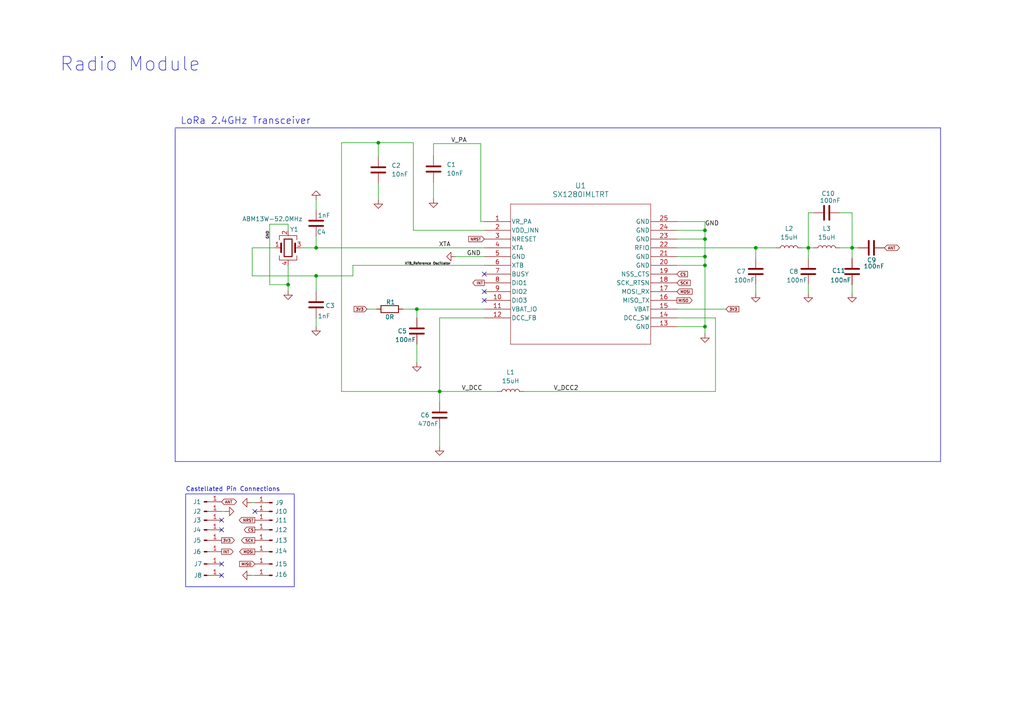
<source format=kicad_sch>
(kicad_sch (version 20230121) (generator eeschema)

  (uuid 0d0e4888-cfb8-427f-88cf-46e56f13629b)

  (paper "A4")

  (lib_symbols
    (symbol "Connector:Conn_01x01_Pin" (pin_names (offset 1.016) hide) (in_bom yes) (on_board yes)
      (property "Reference" "J" (at 0 2.54 0)
        (effects (font (size 1.27 1.27)))
      )
      (property "Value" "Conn_01x01_Pin" (at 0 -2.54 0)
        (effects (font (size 1.27 1.27)))
      )
      (property "Footprint" "" (at 0 0 0)
        (effects (font (size 1.27 1.27)) hide)
      )
      (property "Datasheet" "~" (at 0 0 0)
        (effects (font (size 1.27 1.27)) hide)
      )
      (property "ki_locked" "" (at 0 0 0)
        (effects (font (size 1.27 1.27)))
      )
      (property "ki_keywords" "connector" (at 0 0 0)
        (effects (font (size 1.27 1.27)) hide)
      )
      (property "ki_description" "Generic connector, single row, 01x01, script generated" (at 0 0 0)
        (effects (font (size 1.27 1.27)) hide)
      )
      (property "ki_fp_filters" "Connector*:*_1x??_*" (at 0 0 0)
        (effects (font (size 1.27 1.27)) hide)
      )
      (symbol "Conn_01x01_Pin_1_1"
        (polyline
          (pts
            (xy 1.27 0)
            (xy 0.8636 0)
          )
          (stroke (width 0.1524) (type default))
          (fill (type none))
        )
        (rectangle (start 0.8636 0.127) (end 0 -0.127)
          (stroke (width 0.1524) (type default))
          (fill (type outline))
        )
        (pin passive line (at 5.08 0 180) (length 3.81)
          (name "Pin_1" (effects (font (size 1.27 1.27))))
          (number "1" (effects (font (size 1.27 1.27))))
        )
      )
    )
    (symbol "Device:C" (pin_numbers hide) (pin_names (offset 0.254)) (in_bom yes) (on_board yes)
      (property "Reference" "C" (at 0.635 2.54 0)
        (effects (font (size 1.27 1.27)) (justify left))
      )
      (property "Value" "C" (at 0.635 -2.54 0)
        (effects (font (size 1.27 1.27)) (justify left))
      )
      (property "Footprint" "" (at 0.9652 -3.81 0)
        (effects (font (size 1.27 1.27)) hide)
      )
      (property "Datasheet" "~" (at 0 0 0)
        (effects (font (size 1.27 1.27)) hide)
      )
      (property "ki_keywords" "cap capacitor" (at 0 0 0)
        (effects (font (size 1.27 1.27)) hide)
      )
      (property "ki_description" "Unpolarized capacitor" (at 0 0 0)
        (effects (font (size 1.27 1.27)) hide)
      )
      (property "ki_fp_filters" "C_*" (at 0 0 0)
        (effects (font (size 1.27 1.27)) hide)
      )
      (symbol "C_0_1"
        (polyline
          (pts
            (xy -2.032 -0.762)
            (xy 2.032 -0.762)
          )
          (stroke (width 0.508) (type default))
          (fill (type none))
        )
        (polyline
          (pts
            (xy -2.032 0.762)
            (xy 2.032 0.762)
          )
          (stroke (width 0.508) (type default))
          (fill (type none))
        )
      )
      (symbol "C_1_1"
        (pin passive line (at 0 3.81 270) (length 2.794)
          (name "~" (effects (font (size 1.27 1.27))))
          (number "1" (effects (font (size 1.27 1.27))))
        )
        (pin passive line (at 0 -3.81 90) (length 2.794)
          (name "~" (effects (font (size 1.27 1.27))))
          (number "2" (effects (font (size 1.27 1.27))))
        )
      )
    )
    (symbol "Device:Crystal_GND24" (pin_names (offset 1.016) hide) (in_bom yes) (on_board yes)
      (property "Reference" "Y" (at 3.175 5.08 0)
        (effects (font (size 1.27 1.27)) (justify left))
      )
      (property "Value" "Crystal_GND24" (at 3.175 3.175 0)
        (effects (font (size 1.27 1.27)) (justify left))
      )
      (property "Footprint" "" (at 0 0 0)
        (effects (font (size 1.27 1.27)) hide)
      )
      (property "Datasheet" "~" (at 0 0 0)
        (effects (font (size 1.27 1.27)) hide)
      )
      (property "ki_keywords" "quartz ceramic resonator oscillator" (at 0 0 0)
        (effects (font (size 1.27 1.27)) hide)
      )
      (property "ki_description" "Four pin crystal, GND on pins 2 and 4" (at 0 0 0)
        (effects (font (size 1.27 1.27)) hide)
      )
      (property "ki_fp_filters" "Crystal*" (at 0 0 0)
        (effects (font (size 1.27 1.27)) hide)
      )
      (symbol "Crystal_GND24_0_1"
        (rectangle (start -1.143 2.54) (end 1.143 -2.54)
          (stroke (width 0.3048) (type default))
          (fill (type none))
        )
        (polyline
          (pts
            (xy -2.54 0)
            (xy -2.032 0)
          )
          (stroke (width 0) (type default))
          (fill (type none))
        )
        (polyline
          (pts
            (xy -2.032 -1.27)
            (xy -2.032 1.27)
          )
          (stroke (width 0.508) (type default))
          (fill (type none))
        )
        (polyline
          (pts
            (xy 0 -3.81)
            (xy 0 -3.556)
          )
          (stroke (width 0) (type default))
          (fill (type none))
        )
        (polyline
          (pts
            (xy 0 3.556)
            (xy 0 3.81)
          )
          (stroke (width 0) (type default))
          (fill (type none))
        )
        (polyline
          (pts
            (xy 2.032 -1.27)
            (xy 2.032 1.27)
          )
          (stroke (width 0.508) (type default))
          (fill (type none))
        )
        (polyline
          (pts
            (xy 2.032 0)
            (xy 2.54 0)
          )
          (stroke (width 0) (type default))
          (fill (type none))
        )
        (polyline
          (pts
            (xy -2.54 -2.286)
            (xy -2.54 -3.556)
            (xy 2.54 -3.556)
            (xy 2.54 -2.286)
          )
          (stroke (width 0) (type default))
          (fill (type none))
        )
        (polyline
          (pts
            (xy -2.54 2.286)
            (xy -2.54 3.556)
            (xy 2.54 3.556)
            (xy 2.54 2.286)
          )
          (stroke (width 0) (type default))
          (fill (type none))
        )
      )
      (symbol "Crystal_GND24_1_1"
        (pin passive line (at -3.81 0 0) (length 1.27)
          (name "1" (effects (font (size 1.27 1.27))))
          (number "1" (effects (font (size 1.27 1.27))))
        )
        (pin passive line (at 0 5.08 270) (length 1.27)
          (name "2" (effects (font (size 1.27 1.27))))
          (number "2" (effects (font (size 1.27 1.27))))
        )
        (pin passive line (at 3.81 0 180) (length 1.27)
          (name "3" (effects (font (size 1.27 1.27))))
          (number "3" (effects (font (size 1.27 1.27))))
        )
        (pin passive line (at 0 -5.08 90) (length 1.27)
          (name "4" (effects (font (size 1.27 1.27))))
          (number "4" (effects (font (size 1.27 1.27))))
        )
      )
    )
    (symbol "Device:L" (pin_numbers hide) (pin_names (offset 1.016) hide) (in_bom yes) (on_board yes)
      (property "Reference" "L" (at -1.27 0 90)
        (effects (font (size 1.27 1.27)))
      )
      (property "Value" "L" (at 1.905 0 90)
        (effects (font (size 1.27 1.27)))
      )
      (property "Footprint" "" (at 0 0 0)
        (effects (font (size 1.27 1.27)) hide)
      )
      (property "Datasheet" "~" (at 0 0 0)
        (effects (font (size 1.27 1.27)) hide)
      )
      (property "ki_keywords" "inductor choke coil reactor magnetic" (at 0 0 0)
        (effects (font (size 1.27 1.27)) hide)
      )
      (property "ki_description" "Inductor" (at 0 0 0)
        (effects (font (size 1.27 1.27)) hide)
      )
      (property "ki_fp_filters" "Choke_* *Coil* Inductor_* L_*" (at 0 0 0)
        (effects (font (size 1.27 1.27)) hide)
      )
      (symbol "L_0_1"
        (arc (start 0 -2.54) (mid 0.6323 -1.905) (end 0 -1.27)
          (stroke (width 0) (type default))
          (fill (type none))
        )
        (arc (start 0 -1.27) (mid 0.6323 -0.635) (end 0 0)
          (stroke (width 0) (type default))
          (fill (type none))
        )
        (arc (start 0 0) (mid 0.6323 0.635) (end 0 1.27)
          (stroke (width 0) (type default))
          (fill (type none))
        )
        (arc (start 0 1.27) (mid 0.6323 1.905) (end 0 2.54)
          (stroke (width 0) (type default))
          (fill (type none))
        )
      )
      (symbol "L_1_1"
        (pin passive line (at 0 3.81 270) (length 1.27)
          (name "1" (effects (font (size 1.27 1.27))))
          (number "1" (effects (font (size 1.27 1.27))))
        )
        (pin passive line (at 0 -3.81 90) (length 1.27)
          (name "2" (effects (font (size 1.27 1.27))))
          (number "2" (effects (font (size 1.27 1.27))))
        )
      )
    )
    (symbol "Device:R" (pin_numbers hide) (pin_names (offset 0)) (in_bom yes) (on_board yes)
      (property "Reference" "R" (at 2.032 0 90)
        (effects (font (size 1.27 1.27)))
      )
      (property "Value" "R" (at 0 0 90)
        (effects (font (size 1.27 1.27)))
      )
      (property "Footprint" "" (at -1.778 0 90)
        (effects (font (size 1.27 1.27)) hide)
      )
      (property "Datasheet" "~" (at 0 0 0)
        (effects (font (size 1.27 1.27)) hide)
      )
      (property "ki_keywords" "R res resistor" (at 0 0 0)
        (effects (font (size 1.27 1.27)) hide)
      )
      (property "ki_description" "Resistor" (at 0 0 0)
        (effects (font (size 1.27 1.27)) hide)
      )
      (property "ki_fp_filters" "R_*" (at 0 0 0)
        (effects (font (size 1.27 1.27)) hide)
      )
      (symbol "R_0_1"
        (rectangle (start -1.016 -2.54) (end 1.016 2.54)
          (stroke (width 0.254) (type default))
          (fill (type none))
        )
      )
      (symbol "R_1_1"
        (pin passive line (at 0 3.81 270) (length 1.27)
          (name "~" (effects (font (size 1.27 1.27))))
          (number "1" (effects (font (size 1.27 1.27))))
        )
        (pin passive line (at 0 -3.81 90) (length 1.27)
          (name "~" (effects (font (size 1.27 1.27))))
          (number "2" (effects (font (size 1.27 1.27))))
        )
      )
    )
    (symbol "SX1280IMLTRT:SX1280IMLTRT" (pin_names (offset 0.254)) (in_bom yes) (on_board yes)
      (property "Reference" "U" (at 27.94 10.16 0)
        (effects (font (size 1.524 1.524)))
      )
      (property "Value" "SX1280IMLTRT" (at 27.94 7.62 0)
        (effects (font (size 1.524 1.524)))
      )
      (property "Footprint" "QFN24_4X4_SEM" (at 0 0 0)
        (effects (font (size 1.27 1.27) italic) hide)
      )
      (property "Datasheet" "SX1280IMLTRT" (at 0 0 0)
        (effects (font (size 1.27 1.27) italic) hide)
      )
      (property "ki_locked" "" (at 0 0 0)
        (effects (font (size 1.27 1.27)))
      )
      (property "ki_keywords" "SX1280IMLTRT" (at 0 0 0)
        (effects (font (size 1.27 1.27)) hide)
      )
      (property "ki_fp_filters" "QFN24_4X4_SEM QFN24_4X4_SEM-M QFN24_4X4_SEM-L" (at 0 0 0)
        (effects (font (size 1.27 1.27)) hide)
      )
      (symbol "SX1280IMLTRT_0_1"
        (polyline
          (pts
            (xy 7.62 -35.56)
            (xy 48.26 -35.56)
          )
          (stroke (width 0.127) (type default))
          (fill (type none))
        )
        (polyline
          (pts
            (xy 7.62 5.08)
            (xy 7.62 -35.56)
          )
          (stroke (width 0.127) (type default))
          (fill (type none))
        )
        (polyline
          (pts
            (xy 48.26 -35.56)
            (xy 48.26 5.08)
          )
          (stroke (width 0.127) (type default))
          (fill (type none))
        )
        (polyline
          (pts
            (xy 48.26 5.08)
            (xy 7.62 5.08)
          )
          (stroke (width 0.127) (type default))
          (fill (type none))
        )
        (pin power_in line (at 0 0 0) (length 7.62)
          (name "VR_PA" (effects (font (size 1.27 1.27))))
          (number "1" (effects (font (size 1.27 1.27))))
        )
        (pin bidirectional line (at 0 -22.86 0) (length 7.62)
          (name "DIO3" (effects (font (size 1.27 1.27))))
          (number "10" (effects (font (size 1.27 1.27))))
        )
        (pin power_in line (at 0 -25.4 0) (length 7.62)
          (name "VBAT_IO" (effects (font (size 1.27 1.27))))
          (number "11" (effects (font (size 1.27 1.27))))
        )
        (pin output line (at 0 -27.94 0) (length 7.62)
          (name "DCC_FB" (effects (font (size 1.27 1.27))))
          (number "12" (effects (font (size 1.27 1.27))))
        )
        (pin power_out line (at 55.88 -30.48 180) (length 7.62)
          (name "GND" (effects (font (size 1.27 1.27))))
          (number "13" (effects (font (size 1.27 1.27))))
        )
        (pin output line (at 55.88 -27.94 180) (length 7.62)
          (name "DCC_SW" (effects (font (size 1.27 1.27))))
          (number "14" (effects (font (size 1.27 1.27))))
        )
        (pin power_in line (at 55.88 -25.4 180) (length 7.62)
          (name "VBAT" (effects (font (size 1.27 1.27))))
          (number "15" (effects (font (size 1.27 1.27))))
        )
        (pin output line (at 55.88 -22.86 180) (length 7.62)
          (name "MISO_TX" (effects (font (size 1.27 1.27))))
          (number "16" (effects (font (size 1.27 1.27))))
        )
        (pin input line (at 55.88 -20.32 180) (length 7.62)
          (name "MOSI_RX" (effects (font (size 1.27 1.27))))
          (number "17" (effects (font (size 1.27 1.27))))
        )
        (pin input line (at 55.88 -17.78 180) (length 7.62)
          (name "SCK_RTSN" (effects (font (size 1.27 1.27))))
          (number "18" (effects (font (size 1.27 1.27))))
        )
        (pin input line (at 55.88 -15.24 180) (length 7.62)
          (name "NSS_CTS" (effects (font (size 1.27 1.27))))
          (number "19" (effects (font (size 1.27 1.27))))
        )
        (pin power_in line (at 0 -2.54 0) (length 7.62)
          (name "VDD_INN" (effects (font (size 1.27 1.27))))
          (number "2" (effects (font (size 1.27 1.27))))
        )
        (pin power_out line (at 55.88 -12.7 180) (length 7.62)
          (name "GND" (effects (font (size 1.27 1.27))))
          (number "20" (effects (font (size 1.27 1.27))))
        )
        (pin power_out line (at 55.88 -10.16 180) (length 7.62)
          (name "GND" (effects (font (size 1.27 1.27))))
          (number "21" (effects (font (size 1.27 1.27))))
        )
        (pin bidirectional line (at 55.88 -7.62 180) (length 7.62)
          (name "RFIO" (effects (font (size 1.27 1.27))))
          (number "22" (effects (font (size 1.27 1.27))))
        )
        (pin power_out line (at 55.88 -5.08 180) (length 7.62)
          (name "GND" (effects (font (size 1.27 1.27))))
          (number "23" (effects (font (size 1.27 1.27))))
        )
        (pin power_out line (at 55.88 -2.54 180) (length 7.62)
          (name "GND" (effects (font (size 1.27 1.27))))
          (number "24" (effects (font (size 1.27 1.27))))
        )
        (pin power_out line (at 55.88 0 180) (length 7.62)
          (name "GND" (effects (font (size 1.27 1.27))))
          (number "25" (effects (font (size 1.27 1.27))))
        )
        (pin input line (at 0 -5.08 0) (length 7.62)
          (name "NRESET" (effects (font (size 1.27 1.27))))
          (number "3" (effects (font (size 1.27 1.27))))
        )
        (pin bidirectional line (at 0 -7.62 0) (length 7.62)
          (name "XTA" (effects (font (size 1.27 1.27))))
          (number "4" (effects (font (size 1.27 1.27))))
        )
        (pin power_out line (at 0 -10.16 0) (length 7.62)
          (name "GND" (effects (font (size 1.27 1.27))))
          (number "5" (effects (font (size 1.27 1.27))))
        )
        (pin bidirectional line (at 0 -12.7 0) (length 7.62)
          (name "XTB" (effects (font (size 1.27 1.27))))
          (number "6" (effects (font (size 1.27 1.27))))
        )
        (pin output line (at 0 -15.24 0) (length 7.62)
          (name "BUSY" (effects (font (size 1.27 1.27))))
          (number "7" (effects (font (size 1.27 1.27))))
        )
        (pin bidirectional line (at 0 -17.78 0) (length 7.62)
          (name "DIO1" (effects (font (size 1.27 1.27))))
          (number "8" (effects (font (size 1.27 1.27))))
        )
        (pin bidirectional line (at 0 -20.32 0) (length 7.62)
          (name "DIO2" (effects (font (size 1.27 1.27))))
          (number "9" (effects (font (size 1.27 1.27))))
        )
      )
    )
    (symbol "power:GND" (power) (pin_names (offset 0)) (in_bom yes) (on_board yes)
      (property "Reference" "#PWR" (at 0 -6.35 0)
        (effects (font (size 1.27 1.27)) hide)
      )
      (property "Value" "GND" (at 0 -3.81 0)
        (effects (font (size 1.27 1.27)))
      )
      (property "Footprint" "" (at 0 0 0)
        (effects (font (size 1.27 1.27)) hide)
      )
      (property "Datasheet" "" (at 0 0 0)
        (effects (font (size 1.27 1.27)) hide)
      )
      (property "ki_keywords" "global power" (at 0 0 0)
        (effects (font (size 1.27 1.27)) hide)
      )
      (property "ki_description" "Power symbol creates a global label with name \"GND\" , ground" (at 0 0 0)
        (effects (font (size 1.27 1.27)) hide)
      )
      (symbol "GND_0_1"
        (polyline
          (pts
            (xy 0 0)
            (xy 0 -1.27)
            (xy 1.27 -1.27)
            (xy 0 -2.54)
            (xy -1.27 -1.27)
            (xy 0 -1.27)
          )
          (stroke (width 0) (type default))
          (fill (type none))
        )
      )
      (symbol "GND_1_1"
        (pin power_in line (at 0 0 270) (length 0) hide
          (name "GND" (effects (font (size 1.27 1.27))))
          (number "1" (effects (font (size 1.27 1.27))))
        )
      )
    )
  )

  (junction (at 204.47 94.742) (diameter 0) (color 0 0 0 0)
    (uuid 131a045c-cf26-4a8a-bd59-adb6f1272b13)
  )
  (junction (at 234.442 71.882) (diameter 0) (color 0 0 0 0)
    (uuid 21ade726-28ed-4bb4-9e87-2bd5c3b7dc41)
  )
  (junction (at 204.47 74.422) (diameter 0) (color 0 0 0 0)
    (uuid 4ef12af4-662d-4c98-8ac5-b2b049eb5fca)
  )
  (junction (at 219.202 71.882) (diameter 0) (color 0 0 0 0)
    (uuid 50c04ac9-a194-4b13-9c71-dea1cb424bef)
  )
  (junction (at 91.694 71.882) (diameter 0) (color 0 0 0 0)
    (uuid 60a04656-7a0f-460c-97ea-dd78b5900c4c)
  )
  (junction (at 120.904 89.662) (diameter 0) (color 0 0 0 0)
    (uuid 82651586-01ef-4fe5-bb60-ec10beab43e3)
  )
  (junction (at 204.47 66.802) (diameter 0) (color 0 0 0 0)
    (uuid 9ef2fc20-24b3-4ddd-bfc3-a1c4fadcc0b8)
  )
  (junction (at 247.142 71.882) (diameter 0) (color 0 0 0 0)
    (uuid a7175f82-25a9-49a9-9494-3462b84f3ec7)
  )
  (junction (at 127.508 113.538) (diameter 0) (color 0 0 0 0)
    (uuid aa046d1b-b7c0-4721-95c6-734219907911)
  )
  (junction (at 204.47 76.962) (diameter 0) (color 0 0 0 0)
    (uuid b11ccf85-780b-4fa8-894e-4556016f908c)
  )
  (junction (at 109.728 41.402) (diameter 0) (color 0 0 0 0)
    (uuid bc51f638-2d27-4c41-a71a-7f8094fb0178)
  )
  (junction (at 83.566 82.55) (diameter 0) (color 0 0 0 0)
    (uuid c912023b-48eb-4287-9db7-9c0b984eac42)
  )
  (junction (at 91.694 80.01) (diameter 0) (color 0 0 0 0)
    (uuid d95999cc-68e3-4605-9f5f-9a78d0e56233)
  )
  (junction (at 204.47 69.342) (diameter 0) (color 0 0 0 0)
    (uuid f243e346-01fe-453c-beb6-7b6248fe6627)
  )

  (no_connect (at 64.262 150.876) (uuid 0e444448-291d-432e-8ed6-1a4a894d0604))
  (no_connect (at 140.462 79.502) (uuid 35df54f8-467d-4d8a-a619-43140261502b))
  (no_connect (at 140.462 87.122) (uuid 46a5c63c-4647-4ba8-a2b7-95d6db7e74e0))
  (no_connect (at 73.914 148.336) (uuid 772d02b3-312c-493d-b0df-17becfd09dfa))
  (no_connect (at 64.262 163.576) (uuid 86e8aae9-a614-45b3-bbba-93886075ede7))
  (no_connect (at 140.462 84.582) (uuid 90bad5d3-12e7-4e07-8b00-822186deeb3b))
  (no_connect (at 64.262 166.878) (uuid c767569a-aa94-4bf4-b8ac-fa2d7c4ba36c))
  (no_connect (at 64.262 153.67) (uuid e1f9e4de-b823-4122-b4a7-b8e4ffa2778e))

  (wire (pts (xy 247.142 82.55) (xy 247.142 85.09))
    (stroke (width 0) (type default))
    (uuid 002dff3e-27f0-4d27-81e6-5a50438d422b)
  )
  (wire (pts (xy 144.272 113.538) (xy 127.508 113.538))
    (stroke (width 0) (type default))
    (uuid 01cd30a6-734b-4991-aa6b-6a096e573341)
  )
  (wire (pts (xy 140.462 92.202) (xy 127.508 92.202))
    (stroke (width 0) (type default))
    (uuid 0e2fb99b-3ec8-4673-82b6-69955a397758)
  )
  (wire (pts (xy 139.446 64.262) (xy 140.462 64.262))
    (stroke (width 0) (type default))
    (uuid 0eddc119-433a-4d9e-8578-10f2879739b5)
  )
  (wire (pts (xy 73.152 71.882) (xy 79.756 71.882))
    (stroke (width 0) (type default))
    (uuid 10c552b3-a4fe-4f8a-8a9d-de1131ad5d39)
  )
  (wire (pts (xy 120.904 99.822) (xy 120.904 105.156))
    (stroke (width 0) (type default))
    (uuid 15001e1f-94d5-4a79-9fb5-17f0822524ca)
  )
  (wire (pts (xy 140.462 66.802) (xy 119.888 66.802))
    (stroke (width 0) (type default))
    (uuid 16d2dc81-6fa9-4c66-b3b2-5689a4a8fda2)
  )
  (wire (pts (xy 120.904 92.202) (xy 120.904 89.662))
    (stroke (width 0) (type default))
    (uuid 17ef4b1f-2735-4747-b50a-f34ca31961cf)
  )
  (wire (pts (xy 243.586 61.722) (xy 247.142 61.722))
    (stroke (width 0) (type default))
    (uuid 1c59bca6-2450-482e-a9f6-67d0c2ae0858)
  )
  (wire (pts (xy 196.342 69.342) (xy 204.47 69.342))
    (stroke (width 0) (type default))
    (uuid 2171501c-99c9-4b8c-8510-0b7903e99b19)
  )
  (wire (pts (xy 127.508 124.206) (xy 127.508 129.54))
    (stroke (width 0) (type default))
    (uuid 21a4e3a8-a25a-44a9-a098-be88ea894a85)
  )
  (wire (pts (xy 83.566 76.962) (xy 83.566 82.55))
    (stroke (width 0) (type default))
    (uuid 28b7cfac-4ef2-4576-baa6-faf4cde39495)
  )
  (wire (pts (xy 139.446 64.262) (xy 139.446 41.656))
    (stroke (width 0) (type default))
    (uuid 2e8a9b2d-ac04-4d65-9882-7b2391185ca7)
  )
  (wire (pts (xy 83.566 65.024) (xy 78.232 65.024))
    (stroke (width 0) (type default))
    (uuid 30838da0-86ed-4f49-a38f-49ce16be4ca3)
  )
  (wire (pts (xy 196.342 89.662) (xy 210.566 89.662))
    (stroke (width 0) (type default))
    (uuid 30a22f0d-85ad-490b-929f-e71a231c1774)
  )
  (wire (pts (xy 196.342 71.882) (xy 219.202 71.882))
    (stroke (width 0) (type default))
    (uuid 34315366-282e-4d39-af17-5cc846199e97)
  )
  (wire (pts (xy 234.442 71.882) (xy 234.442 74.93))
    (stroke (width 0) (type default))
    (uuid 370151f0-bdc1-4739-b1b1-be26567c8e0a)
  )
  (wire (pts (xy 243.586 71.882) (xy 247.142 71.882))
    (stroke (width 0) (type default))
    (uuid 45b77424-1143-4a4b-8abd-1986c4ddd507)
  )
  (wire (pts (xy 78.232 65.024) (xy 78.232 82.55))
    (stroke (width 0) (type default))
    (uuid 46c36c01-1d44-4d42-887c-b3e9ee32ac8a)
  )
  (wire (pts (xy 247.142 71.882) (xy 248.92 71.882))
    (stroke (width 0) (type default))
    (uuid 47d6836e-2a77-4b34-8666-a34632b13fd8)
  )
  (wire (pts (xy 102.362 80.01) (xy 102.362 76.962))
    (stroke (width 0) (type default))
    (uuid 48edacfc-edfc-4332-82b2-0e90d6e6d0ca)
  )
  (wire (pts (xy 120.904 89.662) (xy 140.462 89.662))
    (stroke (width 0) (type default))
    (uuid 4ec75424-4448-4e9b-acf0-dec85661d988)
  )
  (wire (pts (xy 91.694 71.882) (xy 140.462 71.882))
    (stroke (width 0) (type default))
    (uuid 4f8ee0ed-7167-40a1-8f32-fe4d17b6515e)
  )
  (wire (pts (xy 83.566 82.55) (xy 83.566 84.328))
    (stroke (width 0) (type default))
    (uuid 4fca87a9-3bed-48bd-aa49-f2dd29461ed2)
  )
  (polyline (pts (xy 50.8 37.084) (xy 272.796 37.084))
    (stroke (width 0) (type default))
    (uuid 52d8bf87-e837-4e6d-9265-a09a5d7d067d)
  )

  (wire (pts (xy 73.914 166.878) (xy 72.898 166.878))
    (stroke (width 0) (type default))
    (uuid 54abe1b7-cd82-4e00-87b9-a88fe9482401)
  )
  (wire (pts (xy 151.892 113.538) (xy 207.518 113.538))
    (stroke (width 0) (type default))
    (uuid 5576d532-2262-474a-8d07-1bf6976454b0)
  )
  (wire (pts (xy 125.73 52.832) (xy 125.73 57.658))
    (stroke (width 0) (type default))
    (uuid 589c53f9-fb9a-42ae-a68f-91da2ac16abd)
  )
  (wire (pts (xy 204.47 94.742) (xy 204.47 96.774))
    (stroke (width 0) (type default))
    (uuid 5bfa5be6-83aa-4ba8-ba11-25e3d3951e1a)
  )
  (wire (pts (xy 99.06 41.402) (xy 99.06 113.538))
    (stroke (width 0) (type default))
    (uuid 5d5ce429-6001-4daf-b6f2-acf348c2b2b0)
  )
  (wire (pts (xy 196.342 94.742) (xy 204.47 94.742))
    (stroke (width 0) (type default))
    (uuid 62643c0c-79c2-490d-aa8d-0a84c977dd5b)
  )
  (wire (pts (xy 91.694 57.912) (xy 91.694 60.96))
    (stroke (width 0) (type default))
    (uuid 6440adf2-7c90-4886-a255-e457e9aeb544)
  )
  (wire (pts (xy 127.508 113.538) (xy 127.508 116.586))
    (stroke (width 0) (type default))
    (uuid 650bdd3a-d7f7-41fb-8ddf-9b6c78a7d755)
  )
  (wire (pts (xy 204.47 74.422) (xy 204.47 76.962))
    (stroke (width 0) (type default))
    (uuid 6695dc27-1b55-4e5d-8eb1-6059e1710d11)
  )
  (wire (pts (xy 73.914 145.796) (xy 72.898 145.796))
    (stroke (width 0) (type default))
    (uuid 6ade715f-3761-4a93-b60c-43e52897f5c9)
  )
  (wire (pts (xy 196.342 74.422) (xy 204.47 74.422))
    (stroke (width 0) (type default))
    (uuid 6d34e6b3-23b9-4a41-ade6-93c607abbcd1)
  )
  (wire (pts (xy 83.566 66.802) (xy 83.566 65.024))
    (stroke (width 0) (type default))
    (uuid 7026413b-749d-45e4-b1ad-a473b4003a06)
  )
  (wire (pts (xy 219.202 71.882) (xy 225.044 71.882))
    (stroke (width 0) (type default))
    (uuid 75f3b78a-8b01-4d0b-9d82-8988d7b5d9bc)
  )
  (wire (pts (xy 207.518 92.202) (xy 207.518 113.538))
    (stroke (width 0) (type default))
    (uuid 79b75dd4-f953-4c07-ada4-d94ec3a30916)
  )
  (wire (pts (xy 109.728 41.402) (xy 119.888 41.402))
    (stroke (width 0) (type default))
    (uuid 7a12e155-06cc-484e-a234-088b83563b37)
  )
  (wire (pts (xy 247.142 71.882) (xy 247.142 74.93))
    (stroke (width 0) (type default))
    (uuid 7a5c7ae4-a18f-4a18-83ec-40f598a9b0de)
  )
  (wire (pts (xy 119.888 66.802) (xy 119.888 41.402))
    (stroke (width 0) (type default))
    (uuid 7b60dfe2-c51a-4d56-86c9-1ed7a20a20cd)
  )
  (polyline (pts (xy 50.8 133.858) (xy 272.796 133.858))
    (stroke (width 0) (type default))
    (uuid 7c9419f3-e841-4c93-bee6-7c42794c3edf)
  )

  (wire (pts (xy 132.08 74.422) (xy 140.462 74.422))
    (stroke (width 0) (type default))
    (uuid 846b638e-ee64-43b9-a9e9-14a71d2465cc)
  )
  (wire (pts (xy 87.376 71.882) (xy 91.694 71.882))
    (stroke (width 0) (type default))
    (uuid 86e36e97-cfb6-499f-a2aa-c0fe9a099942)
  )
  (wire (pts (xy 232.664 71.882) (xy 234.442 71.882))
    (stroke (width 0) (type default))
    (uuid 872139d9-4abc-4bd9-815e-4de759b43133)
  )
  (wire (pts (xy 234.442 82.55) (xy 234.442 85.09))
    (stroke (width 0) (type default))
    (uuid 8caad1f3-9111-4722-899f-7d652228a4be)
  )
  (wire (pts (xy 91.694 80.01) (xy 91.694 84.582))
    (stroke (width 0) (type default))
    (uuid 8ebeec08-2cec-44ab-951b-879ed322bdc9)
  )
  (wire (pts (xy 219.202 82.55) (xy 219.202 85.09))
    (stroke (width 0) (type default))
    (uuid a033948d-c7a7-4f88-b316-4f0022b02025)
  )
  (wire (pts (xy 102.362 76.962) (xy 140.462 76.962))
    (stroke (width 0) (type default))
    (uuid a2ea4b61-03a0-459d-ad7c-e4f2c9db5f97)
  )
  (wire (pts (xy 78.232 82.55) (xy 83.566 82.55))
    (stroke (width 0) (type default))
    (uuid a372d9c8-6f1c-44e0-85dc-398f55800232)
  )
  (wire (pts (xy 204.47 64.262) (xy 204.47 66.802))
    (stroke (width 0) (type default))
    (uuid a3ee4d90-2105-435d-b1d3-eeeb46a00ea4)
  )
  (wire (pts (xy 106.426 89.662) (xy 109.22 89.662))
    (stroke (width 0) (type default))
    (uuid a95edcec-183d-4dd7-9468-f1c6c9beb7ec)
  )
  (wire (pts (xy 109.728 41.402) (xy 99.06 41.402))
    (stroke (width 0) (type default))
    (uuid ab9584eb-ec59-42ad-88f8-153d85381d88)
  )
  (wire (pts (xy 204.47 76.962) (xy 204.47 94.742))
    (stroke (width 0) (type default))
    (uuid af144660-0dc9-4ab5-af50-95934147f33d)
  )
  (polyline (pts (xy 272.796 133.858) (xy 272.796 37.084))
    (stroke (width 0) (type default))
    (uuid b51193b4-aecd-4071-bcd4-6340888ca1c4)
  )

  (wire (pts (xy 73.152 80.01) (xy 73.152 71.882))
    (stroke (width 0) (type default))
    (uuid b56fc76f-299f-4e1a-bb70-79da0bcfb7e9)
  )
  (wire (pts (xy 247.142 61.722) (xy 247.142 71.882))
    (stroke (width 0) (type default))
    (uuid b6574659-fb6a-4b6b-98ab-6692becb6063)
  )
  (wire (pts (xy 204.47 69.342) (xy 204.47 74.422))
    (stroke (width 0) (type default))
    (uuid bace49cb-5e25-40ee-9504-1472a01c5862)
  )
  (wire (pts (xy 109.728 53.086) (xy 109.728 57.912))
    (stroke (width 0) (type default))
    (uuid be34f125-5138-4a9e-a86f-b5a8227d5cd3)
  )
  (wire (pts (xy 204.47 66.802) (xy 204.47 69.342))
    (stroke (width 0) (type default))
    (uuid c1d13f64-2b7d-4f0e-9737-560bd83b92b1)
  )
  (wire (pts (xy 196.342 76.962) (xy 204.47 76.962))
    (stroke (width 0) (type default))
    (uuid c4db6e39-b302-4cde-b5ca-917b5b0e7646)
  )
  (wire (pts (xy 73.152 80.01) (xy 91.694 80.01))
    (stroke (width 0) (type default))
    (uuid c5a96af8-89aa-4ddb-b967-a49d0ca0f252)
  )
  (wire (pts (xy 219.202 71.882) (xy 219.202 74.93))
    (stroke (width 0) (type default))
    (uuid c61720c8-4b9a-45d9-bc59-cec77276f39b)
  )
  (polyline (pts (xy 50.8 37.338) (xy 50.8 133.858))
    (stroke (width 0) (type default))
    (uuid c88192d6-0f15-4e90-98c8-de8b3d0e9d77)
  )

  (wire (pts (xy 196.342 92.202) (xy 207.518 92.202))
    (stroke (width 0) (type default))
    (uuid c9f951f8-3e90-40c8-bd74-6d7692e09d9d)
  )
  (wire (pts (xy 234.442 61.722) (xy 235.966 61.722))
    (stroke (width 0) (type default))
    (uuid ccc0d364-a204-432a-9590-54e577b7245a)
  )
  (wire (pts (xy 64.262 148.336) (xy 65.278 148.336))
    (stroke (width 0) (type default))
    (uuid dbb2667c-7ff1-4f35-acfd-ebf383136d51)
  )
  (wire (pts (xy 127.508 92.202) (xy 127.508 113.538))
    (stroke (width 0) (type default))
    (uuid dc2bf03f-f538-46b3-a60f-000b97d4aea2)
  )
  (wire (pts (xy 196.342 66.802) (xy 204.47 66.802))
    (stroke (width 0) (type default))
    (uuid e523d378-c899-43f7-ab84-84219593af84)
  )
  (wire (pts (xy 91.694 68.58) (xy 91.694 71.882))
    (stroke (width 0) (type default))
    (uuid e7cc1515-4eb7-4b67-9901-ec56eff3cd07)
  )
  (wire (pts (xy 116.84 89.662) (xy 120.904 89.662))
    (stroke (width 0) (type default))
    (uuid eb8a7fbf-b568-4993-9891-dd382cc90d2d)
  )
  (wire (pts (xy 91.694 80.01) (xy 102.362 80.01))
    (stroke (width 0) (type default))
    (uuid ec860e64-7ae7-4202-b443-fe05305bcdb2)
  )
  (wire (pts (xy 196.342 64.262) (xy 204.47 64.262))
    (stroke (width 0) (type default))
    (uuid eedf5b08-7fdc-47e5-a78a-a5c6992241c6)
  )
  (wire (pts (xy 139.446 41.656) (xy 125.73 41.656))
    (stroke (width 0) (type default))
    (uuid f23b0e91-8fb0-4619-b944-131a875be72b)
  )
  (wire (pts (xy 99.06 113.538) (xy 127.508 113.538))
    (stroke (width 0) (type default))
    (uuid f4845164-4e6a-495b-ab85-e7bf27fb7115)
  )
  (wire (pts (xy 91.694 92.202) (xy 91.694 94.742))
    (stroke (width 0) (type default))
    (uuid f4c52414-326d-4e6b-aa08-f3c63bdc3465)
  )
  (wire (pts (xy 109.728 45.466) (xy 109.728 41.402))
    (stroke (width 0) (type default))
    (uuid f57f3ff1-4f9d-45b0-8573-af6bafa50172)
  )
  (wire (pts (xy 125.73 41.656) (xy 125.73 45.212))
    (stroke (width 0) (type default))
    (uuid f71fcf08-ace1-4fce-97d6-0afb29e39e81)
  )
  (wire (pts (xy 234.442 71.882) (xy 235.966 71.882))
    (stroke (width 0) (type default))
    (uuid fa68efb3-37e5-45af-86f3-4d37f6b155c0)
  )
  (wire (pts (xy 234.442 71.882) (xy 234.442 61.722))
    (stroke (width 0) (type default))
    (uuid ffa975ef-bb44-4651-b95b-861ef155074d)
  )

  (rectangle (start 53.848 143.256) (end 85.344 170.18)
    (stroke (width 0) (type default))
    (fill (type none))
    (uuid ee28a2f4-f900-40b4-8c93-06eb040430bd)
  )

  (text "LoRa 2.4GHz Transceiver" (at 52.324 36.322 0)
    (effects (font (size 2 2)) (justify left bottom))
    (uuid 3f34b52f-941f-49f2-bfd4-92bb6f9fa104)
  )
  (text "Castellated Pin Connections" (at 53.848 142.748 0)
    (effects (font (size 1.27 1.27)) (justify left bottom))
    (uuid 3f886eb3-f975-4434-9152-b52d2c5af4c5)
  )
  (text "Radio Module" (at 17.272 21.082 0)
    (effects (font (size 4 4)) (justify left bottom))
    (uuid 82157d6c-aafa-49ec-a05b-634056c0950d)
  )

  (label "V_DCC" (at 133.858 113.538 0) (fields_autoplaced)
    (effects (font (size 1.27 1.27)) (justify left bottom))
    (uuid 749878fc-3df9-45dd-844b-467e0a700e36)
  )
  (label "GND" (at 204.47 65.786 0) (fields_autoplaced)
    (effects (font (size 1.27 1.27)) (justify left bottom))
    (uuid 76db928e-aca2-4590-9121-0507e57f8ea4)
  )
  (label "GND" (at 135.382 74.422 0) (fields_autoplaced)
    (effects (font (size 1.27 1.27)) (justify left bottom))
    (uuid 7862d3c9-d411-4043-8484-4b47b6070e54)
  )
  (label "GND" (at 78.232 69.342 90) (fields_autoplaced)
    (effects (font (size 0.75 0.75)) (justify left bottom))
    (uuid 931e8d6c-be90-466c-9266-04f5cd5d5c0d)
  )
  (label "V_PA" (at 130.81 41.656 0) (fields_autoplaced)
    (effects (font (size 1.27 1.27)) (justify left bottom))
    (uuid 99a6e409-e724-443d-88e7-1a70adb47e5a)
  )
  (label "XTB_Reference Oscillator" (at 117.348 76.962 0) (fields_autoplaced)
    (effects (font (size 0.7 0.7)) (justify left bottom))
    (uuid b0314378-3d7b-4e44-b12f-f83657e7eb42)
  )
  (label "V_DCC2" (at 160.528 113.538 0) (fields_autoplaced)
    (effects (font (size 1.27 1.27)) (justify left bottom))
    (uuid ce6fc8e1-3577-443b-bf12-86a5121a49b4)
  )
  (label "XTA" (at 127.254 71.882 0) (fields_autoplaced)
    (effects (font (size 1.27 1.27)) (justify left bottom))
    (uuid d2d702d7-3028-4531-a88a-958248962249)
  )

  (global_label "SCK" (shape input) (at 196.342 82.042 0) (fields_autoplaced)
    (effects (font (size 0.8 0.8)) (justify left))
    (uuid 05c27a9f-1eaa-47e1-a43d-40f16356e5de)
    (property "Intersheetrefs" "${INTERSHEET_REFS}" (at 200.5842 82.042 0)
      (effects (font (size 1.27 1.27)) (justify left) hide)
    )
  )
  (global_label "3V3" (shape input) (at 210.566 89.662 0) (fields_autoplaced)
    (effects (font (size 0.8 0.8)) (justify left))
    (uuid 1daed767-0279-4b08-b8cb-551ad59a75ec)
    (property "Intersheetrefs" "${INTERSHEET_REFS}" (at 214.6558 89.662 0)
      (effects (font (size 1.27 1.27)) (justify left) hide)
    )
  )
  (global_label "MISO" (shape output) (at 196.342 87.122 0) (fields_autoplaced)
    (effects (font (size 0.8 0.8)) (justify left))
    (uuid 24dbc702-a893-4770-8a32-241b4c899d01)
    (property "Intersheetrefs" "${INTERSHEET_REFS}" (at 201.1176 87.122 0)
      (effects (font (size 1.27 1.27)) (justify left) hide)
    )
  )
  (global_label "SCK" (shape output) (at 73.914 156.718 180) (fields_autoplaced)
    (effects (font (size 0.8 0.8)) (justify right))
    (uuid 43d1f457-dfb8-4730-8fb9-5893bc0011b5)
    (property "Intersheetrefs" "${INTERSHEET_REFS}" (at 69.6718 156.718 0)
      (effects (font (size 1.27 1.27)) (justify right) hide)
    )
  )
  (global_label "3V3" (shape output) (at 64.262 156.718 0) (fields_autoplaced)
    (effects (font (size 0.8 0.8)) (justify left))
    (uuid 4a47f93e-51fd-4b53-ae2b-2a2fe5ced908)
    (property "Intersheetrefs" "${INTERSHEET_REFS}" (at 68.3518 156.718 0)
      (effects (font (size 1.27 1.27)) (justify left) hide)
    )
  )
  (global_label "NRST" (shape output) (at 73.914 150.876 180) (fields_autoplaced)
    (effects (font (size 0.8 0.8)) (justify right))
    (uuid 4e551142-960f-42c1-92e0-87f86fa38fe1)
    (property "Intersheetrefs" "${INTERSHEET_REFS}" (at 69.0242 150.876 0)
      (effects (font (size 1.27 1.27)) (justify right) hide)
    )
  )
  (global_label "NRST" (shape input) (at 140.462 69.342 180) (fields_autoplaced)
    (effects (font (size 0.8 0.8)) (justify right))
    (uuid 5174caf1-1a97-4c84-926e-c1f9ab37de27)
    (property "Intersheetrefs" "${INTERSHEET_REFS}" (at 135.5722 69.342 0)
      (effects (font (size 1.27 1.27)) (justify right) hide)
    )
  )
  (global_label "CS" (shape output) (at 73.914 153.67 180) (fields_autoplaced)
    (effects (font (size 0.8 0.8)) (justify right))
    (uuid 582f5999-1b01-4249-8565-6435e5e4da61)
    (property "Intersheetrefs" "${INTERSHEET_REFS}" (at 70.4718 153.67 0)
      (effects (font (size 1.27 1.27)) (justify right) hide)
    )
  )
  (global_label "3V3" (shape input) (at 106.426 89.662 180) (fields_autoplaced)
    (effects (font (size 0.8 0.8)) (justify right))
    (uuid 6a801b21-434b-4525-8fdd-93d0d18d06db)
    (property "Intersheetrefs" "${INTERSHEET_REFS}" (at 102.3362 89.662 0)
      (effects (font (size 1.27 1.27)) (justify right) hide)
    )
  )
  (global_label "INT" (shape output) (at 140.462 82.042 180) (fields_autoplaced)
    (effects (font (size 0.8 0.8)) (justify right))
    (uuid 7d8bf80e-339f-4fb7-b334-2fd7e9c92560)
    (property "Intersheetrefs" "${INTERSHEET_REFS}" (at 136.7531 82.042 0)
      (effects (font (size 1.27 1.27)) (justify right) hide)
    )
  )
  (global_label "ANT" (shape bidirectional) (at 256.54 71.882 0) (fields_autoplaced)
    (effects (font (size 0.8 0.8)) (justify left))
    (uuid 836bf6aa-a75b-403c-bdf9-3ff99fcda644)
    (property "Intersheetrefs" "${INTERSHEET_REFS}" (at 261.2536 71.882 0)
      (effects (font (size 1.27 1.27)) (justify left) hide)
    )
  )
  (global_label "ANT" (shape bidirectional) (at 64.262 145.542 0) (fields_autoplaced)
    (effects (font (size 0.8 0.8)) (justify left))
    (uuid 9e8ff77a-ad57-4e37-b7b9-d0ac1936f8da)
    (property "Intersheetrefs" "${INTERSHEET_REFS}" (at 68.9756 145.542 0)
      (effects (font (size 1.27 1.27)) (justify left) hide)
    )
  )
  (global_label "INT" (shape output) (at 64.262 160.02 0) (fields_autoplaced)
    (effects (font (size 0.8 0.8)) (justify left))
    (uuid ab0044bb-c19d-4f43-9be7-8dae64cdf664)
    (property "Intersheetrefs" "${INTERSHEET_REFS}" (at 67.9709 160.02 0)
      (effects (font (size 1.27 1.27)) (justify left) hide)
    )
  )
  (global_label "MISO" (shape input) (at 73.914 163.576 180) (fields_autoplaced)
    (effects (font (size 0.8 0.8)) (justify right))
    (uuid b3f045d8-ce61-4f19-be99-ef789999ce48)
    (property "Intersheetrefs" "${INTERSHEET_REFS}" (at 69.1384 163.576 0)
      (effects (font (size 1.27 1.27)) (justify right) hide)
    )
  )
  (global_label "MOSI" (shape output) (at 73.914 160.02 180) (fields_autoplaced)
    (effects (font (size 0.8 0.8)) (justify right))
    (uuid b938e676-8c11-4e1e-ab85-782f13f74473)
    (property "Intersheetrefs" "${INTERSHEET_REFS}" (at 69.1384 160.02 0)
      (effects (font (size 1.27 1.27)) (justify right) hide)
    )
  )
  (global_label "MOSI" (shape input) (at 196.342 84.582 0) (fields_autoplaced)
    (effects (font (size 0.8 0.8)) (justify left))
    (uuid cd848a76-9343-48c0-a9d5-bebcd6f6ce11)
    (property "Intersheetrefs" "${INTERSHEET_REFS}" (at 201.1176 84.582 0)
      (effects (font (size 1.27 1.27)) (justify left) hide)
    )
  )
  (global_label "CS" (shape input) (at 196.342 79.502 0) (fields_autoplaced)
    (effects (font (size 0.8 0.8)) (justify left))
    (uuid f696e4e9-1df4-4e1e-ac7b-e56d98c5ac05)
    (property "Intersheetrefs" "${INTERSHEET_REFS}" (at 199.7842 79.502 0)
      (effects (font (size 1.27 1.27)) (justify left) hide)
    )
  )

  (symbol (lib_id "Device:C") (at 234.442 78.74 0) (unit 1)
    (in_bom yes) (on_board yes) (dnp no)
    (uuid 0205cebb-8f2a-48c2-88a6-99cebfa845c9)
    (property "Reference" "C8" (at 228.854 78.74 0)
      (effects (font (size 1.27 1.27)) (justify left))
    )
    (property "Value" "100nF" (at 228.092 81.28 0)
      (effects (font (size 1.27 1.27)) (justify left))
    )
    (property "Footprint" "Capacitor_SMD:C_0402_1005Metric" (at 235.4072 82.55 0)
      (effects (font (size 1.27 1.27)) hide)
    )
    (property "Datasheet" "~" (at 234.442 78.74 0)
      (effects (font (size 1.27 1.27)) hide)
    )
    (pin "1" (uuid 540da1fb-b761-4191-871d-95051b1d14f5))
    (pin "2" (uuid 3b4d0db6-c2f1-45c3-a0eb-344b9e4680e3))
    (instances
      (project "RadioModule"
        (path "/0d0e4888-cfb8-427f-88cf-46e56f13629b"
          (reference "C8") (unit 1)
        )
      )
    )
  )

  (symbol (lib_id "Device:C") (at 127.508 120.396 0) (unit 1)
    (in_bom yes) (on_board yes) (dnp no)
    (uuid 1216235e-cc2e-4f19-b75d-d418d4aa8db0)
    (property "Reference" "C6" (at 121.92 120.396 0)
      (effects (font (size 1.27 1.27)) (justify left))
    )
    (property "Value" "470nF" (at 121.158 122.936 0)
      (effects (font (size 1.27 1.27)) (justify left))
    )
    (property "Footprint" "Capacitor_SMD:C_0603_1608Metric" (at 128.4732 124.206 0)
      (effects (font (size 1.27 1.27)) hide)
    )
    (property "Datasheet" "~" (at 127.508 120.396 0)
      (effects (font (size 1.27 1.27)) hide)
    )
    (pin "1" (uuid f2ddc5fc-1256-4de6-996f-9498cb236569))
    (pin "2" (uuid 01bede1d-9ef7-47e4-883b-5de73a2f72b1))
    (instances
      (project "RadioModule"
        (path "/0d0e4888-cfb8-427f-88cf-46e56f13629b"
          (reference "C6") (unit 1)
        )
      )
    )
  )

  (symbol (lib_id "Device:C") (at 91.694 64.77 0) (unit 1)
    (in_bom yes) (on_board yes) (dnp no)
    (uuid 123f8ee9-cb2d-48e5-8b3c-98da0909796f)
    (property "Reference" "C4" (at 93.218 67.31 0)
      (effects (font (size 1.27 1.27)))
    )
    (property "Value" "1nF" (at 93.98 62.484 0)
      (effects (font (size 1.27 1.27)))
    )
    (property "Footprint" "Capacitor_SMD:C_0402_1005Metric" (at 92.6592 68.58 0)
      (effects (font (size 1.27 1.27)) hide)
    )
    (property "Datasheet" "~" (at 91.694 64.77 0)
      (effects (font (size 1.27 1.27)) hide)
    )
    (pin "1" (uuid 5e6a4241-8619-44be-88f7-b3e4b877f5a0))
    (pin "2" (uuid bea355e0-98f0-44e1-9aa8-25fb8ce6e3f0))
    (instances
      (project "RadioModule"
        (path "/0d0e4888-cfb8-427f-88cf-46e56f13629b"
          (reference "C4") (unit 1)
        )
      )
    )
  )

  (symbol (lib_id "Connector:Conn_01x01_Pin") (at 59.182 160.02 0) (unit 1)
    (in_bom yes) (on_board yes) (dnp no)
    (uuid 179f2d01-8b91-4fa3-b451-0b13a3f27d3f)
    (property "Reference" "J6" (at 57.15 160.02 0)
      (effects (font (size 1.27 1.27)))
    )
    (property "Value" "Conn_01x01_Pin" (at 59.817 157.48 0)
      (effects (font (size 1.27 1.27)) hide)
    )
    (property "Footprint" "Connector_Wire:SolderWirePad_1x01_SMD_1x2mm" (at 59.182 160.02 0)
      (effects (font (size 1.27 1.27)) hide)
    )
    (property "Datasheet" "~" (at 59.182 160.02 0)
      (effects (font (size 1.27 1.27)) hide)
    )
    (pin "1" (uuid 7b060ec1-3ded-487a-bd83-45814e7224f9))
    (instances
      (project "RadioModule"
        (path "/0d0e4888-cfb8-427f-88cf-46e56f13629b"
          (reference "J6") (unit 1)
        )
      )
    )
  )

  (symbol (lib_id "power:GND") (at 204.47 96.774 0) (unit 1)
    (in_bom yes) (on_board yes) (dnp no) (fields_autoplaced)
    (uuid 211c357c-f96f-4654-9ec4-f93a64004810)
    (property "Reference" "#PWR010" (at 204.47 103.124 0)
      (effects (font (size 1.27 1.27)) hide)
    )
    (property "Value" "GND" (at 204.47 101.346 0)
      (effects (font (size 1.27 1.27)) hide)
    )
    (property "Footprint" "" (at 204.47 96.774 0)
      (effects (font (size 1.27 1.27)) hide)
    )
    (property "Datasheet" "" (at 204.47 96.774 0)
      (effects (font (size 1.27 1.27)) hide)
    )
    (pin "1" (uuid ec7667fa-897b-4538-a5b7-0432933053cd))
    (instances
      (project "RadioModule"
        (path "/0d0e4888-cfb8-427f-88cf-46e56f13629b"
          (reference "#PWR010") (unit 1)
        )
      )
    )
  )

  (symbol (lib_id "SX1280IMLTRT:SX1280IMLTRT") (at 140.462 64.262 0) (unit 1)
    (in_bom yes) (on_board yes) (dnp no) (fields_autoplaced)
    (uuid 22e357e1-b8f6-4b1b-a92c-e997d117151f)
    (property "Reference" "U1" (at 168.402 53.848 0)
      (effects (font (size 1.524 1.524)))
    )
    (property "Value" "SX1280IMLTRT" (at 168.402 56.388 0)
      (effects (font (size 1.524 1.524)))
    )
    (property "Footprint" "QFN24_4X4_SEM" (at 140.462 64.262 0)
      (effects (font (size 1.27 1.27) italic) hide)
    )
    (property "Datasheet" "SX1280IMLTRT" (at 140.462 64.262 0)
      (effects (font (size 1.27 1.27) italic) hide)
    )
    (pin "11" (uuid 6fbc74c9-0ca9-4d3d-903e-5b4a5274ca11))
    (pin "7" (uuid ea250d13-5b37-4d95-bfbe-704ff9eecd5d))
    (pin "18" (uuid 202c6c5d-658d-4d33-acbd-cfbb241dbcb9))
    (pin "17" (uuid 8f512090-894d-4d4f-8d65-5a785b8eb4d8))
    (pin "6" (uuid 31a91b09-74e6-44e7-a237-d76d099e4f4b))
    (pin "20" (uuid 81c1af36-8eb1-42d1-80d1-a4516aae765d))
    (pin "9" (uuid 8a592aa5-0159-4d0b-b1c1-26d896303b13))
    (pin "8" (uuid e58deb0a-e297-4da0-90c2-11d7fa05aef5))
    (pin "3" (uuid d3158c36-36fe-4f82-adb2-d4bb9f72a09b))
    (pin "4" (uuid 173927a0-bce4-47ee-add8-ee051d709def))
    (pin "21" (uuid 5f98e23c-8469-4da0-a9ca-159206dc5478))
    (pin "19" (uuid 7c32a460-87bd-4750-8197-49a419161c6d))
    (pin "24" (uuid 0ceb656a-fdba-4613-81d2-38d81a0a22a3))
    (pin "5" (uuid aa50fbab-c89a-4147-8cc4-a31257dcce54))
    (pin "1" (uuid 29e5d3b5-6815-46dd-8171-63b2fe4d4171))
    (pin "2" (uuid 8cab5f35-6207-48da-acec-e98516f6b46d))
    (pin "10" (uuid d3413b09-f2df-445f-97c5-f0e8ae524fa8))
    (pin "15" (uuid ed2b15c0-d106-4b73-bf4a-eccbb69b3687))
    (pin "23" (uuid 2a0dfafb-ff87-44bd-8779-0d7e7a4af99d))
    (pin "25" (uuid 387d2b83-2f41-4043-86d4-a5b574485c3b))
    (pin "13" (uuid 871b4984-0835-411d-b496-e4a792a0f684))
    (pin "16" (uuid 6d55e46a-dc8e-4740-98b2-1cfa90a93571))
    (pin "14" (uuid ee45b12b-d178-443c-abe6-e12b0b3c89dc))
    (pin "22" (uuid cee3d127-d132-4257-ad8e-09e8a26f2372))
    (pin "12" (uuid bb08d306-5c79-4503-896f-de454d4a45e1))
    (instances
      (project "RadioModule"
        (path "/0d0e4888-cfb8-427f-88cf-46e56f13629b"
          (reference "U1") (unit 1)
        )
      )
    )
  )

  (symbol (lib_id "Device:C") (at 239.776 61.722 270) (unit 1)
    (in_bom yes) (on_board yes) (dnp no)
    (uuid 2510655e-3520-4c6f-8061-77bf764d4242)
    (property "Reference" "C10" (at 238.252 56.134 90)
      (effects (font (size 1.27 1.27)) (justify left))
    )
    (property "Value" "100nF" (at 237.744 58.166 90)
      (effects (font (size 1.27 1.27)) (justify left))
    )
    (property "Footprint" "Capacitor_SMD:C_0402_1005Metric" (at 235.966 62.6872 0)
      (effects (font (size 1.27 1.27)) hide)
    )
    (property "Datasheet" "~" (at 239.776 61.722 0)
      (effects (font (size 1.27 1.27)) hide)
    )
    (pin "1" (uuid bf503c93-5292-432d-bb54-a95de63df012))
    (pin "2" (uuid 772640bd-d7c4-41f3-b8f1-2e61ba1b5d34))
    (instances
      (project "RadioModule"
        (path "/0d0e4888-cfb8-427f-88cf-46e56f13629b"
          (reference "C10") (unit 1)
        )
      )
    )
  )

  (symbol (lib_id "Connector:Conn_01x01_Pin") (at 78.994 160.02 180) (unit 1)
    (in_bom yes) (on_board yes) (dnp no)
    (uuid 2595c1dd-3f74-457d-b640-bb070f5bc211)
    (property "Reference" "J14" (at 81.534 159.766 0)
      (effects (font (size 1.27 1.27)))
    )
    (property "Value" "Conn_01x01_Pin" (at 78.359 157.48 0)
      (effects (font (size 1.27 1.27)) hide)
    )
    (property "Footprint" "Connector_Wire:SolderWirePad_1x01_SMD_1x2mm" (at 78.994 160.02 0)
      (effects (font (size 1.27 1.27)) hide)
    )
    (property "Datasheet" "~" (at 78.994 160.02 0)
      (effects (font (size 1.27 1.27)) hide)
    )
    (pin "1" (uuid 8b6bebc2-e64b-429b-badb-a3d46fe0754d))
    (instances
      (project "RadioModule"
        (path "/0d0e4888-cfb8-427f-88cf-46e56f13629b"
          (reference "J14") (unit 1)
        )
      )
    )
  )

  (symbol (lib_id "Connector:Conn_01x01_Pin") (at 59.182 150.876 0) (unit 1)
    (in_bom yes) (on_board yes) (dnp no)
    (uuid 37edb216-5d72-408b-a1c0-3216bc6fb1a0)
    (property "Reference" "J3" (at 57.15 150.876 0)
      (effects (font (size 1.27 1.27)))
    )
    (property "Value" "Conn_01x01_Pin" (at 59.817 148.59 0)
      (effects (font (size 1.27 1.27)) hide)
    )
    (property "Footprint" "Connector_Wire:SolderWirePad_1x01_SMD_1x2mm" (at 59.182 150.876 0)
      (effects (font (size 1.27 1.27)) hide)
    )
    (property "Datasheet" "~" (at 59.182 150.876 0)
      (effects (font (size 1.27 1.27)) hide)
    )
    (pin "1" (uuid 61e88f1b-0944-4edc-bebe-8ccc1bf586b0))
    (instances
      (project "RadioModule"
        (path "/0d0e4888-cfb8-427f-88cf-46e56f13629b"
          (reference "J3") (unit 1)
        )
      )
    )
  )

  (symbol (lib_id "power:GND") (at 83.566 84.328 0) (unit 1)
    (in_bom yes) (on_board yes) (dnp no) (fields_autoplaced)
    (uuid 3c1835b3-234f-49c8-b927-908ee58a7cb8)
    (property "Reference" "#PWR016" (at 83.566 90.678 0)
      (effects (font (size 1.27 1.27)) hide)
    )
    (property "Value" "GND" (at 83.566 88.9 0)
      (effects (font (size 1.27 1.27)) hide)
    )
    (property "Footprint" "" (at 83.566 84.328 0)
      (effects (font (size 1.27 1.27)) hide)
    )
    (property "Datasheet" "" (at 83.566 84.328 0)
      (effects (font (size 1.27 1.27)) hide)
    )
    (pin "1" (uuid a55f47da-1dd7-4828-88a7-66e757d50f67))
    (instances
      (project "RadioModule"
        (path "/0d0e4888-cfb8-427f-88cf-46e56f13629b"
          (reference "#PWR016") (unit 1)
        )
      )
    )
  )

  (symbol (lib_id "power:GND") (at 120.904 105.156 0) (unit 1)
    (in_bom yes) (on_board yes) (dnp no) (fields_autoplaced)
    (uuid 3c3d6fae-6367-42c5-9d78-033744154a26)
    (property "Reference" "#PWR08" (at 120.904 111.506 0)
      (effects (font (size 1.27 1.27)) hide)
    )
    (property "Value" "GND" (at 120.904 109.728 0)
      (effects (font (size 1.27 1.27)) hide)
    )
    (property "Footprint" "" (at 120.904 105.156 0)
      (effects (font (size 1.27 1.27)) hide)
    )
    (property "Datasheet" "" (at 120.904 105.156 0)
      (effects (font (size 1.27 1.27)) hide)
    )
    (pin "1" (uuid 65842f98-b1b9-4fb4-9d3a-4eaf5c353a41))
    (instances
      (project "RadioModule"
        (path "/0d0e4888-cfb8-427f-88cf-46e56f13629b"
          (reference "#PWR08") (unit 1)
        )
      )
    )
  )

  (symbol (lib_id "Device:L") (at 228.854 71.882 90) (unit 1)
    (in_bom yes) (on_board yes) (dnp no) (fields_autoplaced)
    (uuid 43e5f9e1-7621-4fb3-b93a-7912001e9d63)
    (property "Reference" "L2" (at 228.854 66.294 90)
      (effects (font (size 1.27 1.27)))
    )
    (property "Value" "15uH" (at 228.854 68.834 90)
      (effects (font (size 1.27 1.27)))
    )
    (property "Footprint" "Inductor_SMD:L_0402_1005Metric" (at 228.854 71.882 0)
      (effects (font (size 1.27 1.27)) hide)
    )
    (property "Datasheet" "~" (at 228.854 71.882 0)
      (effects (font (size 1.27 1.27)) hide)
    )
    (pin "2" (uuid 87f9502a-b447-433c-89fd-7473388cb3ba))
    (pin "1" (uuid 601f31bc-6312-4037-b6a7-f391439d1039))
    (instances
      (project "RadioModule"
        (path "/0d0e4888-cfb8-427f-88cf-46e56f13629b"
          (reference "L2") (unit 1)
        )
      )
    )
  )

  (symbol (lib_id "Connector:Conn_01x01_Pin") (at 59.182 148.336 0) (unit 1)
    (in_bom yes) (on_board yes) (dnp no)
    (uuid 44184e1e-42db-4d42-aebf-fe93ce930fcd)
    (property "Reference" "J2" (at 57.15 148.336 0)
      (effects (font (size 1.27 1.27)))
    )
    (property "Value" "Conn_01x01_Pin" (at 59.817 146.05 0)
      (effects (font (size 1.27 1.27)) hide)
    )
    (property "Footprint" "Connector_Wire:SolderWirePad_1x01_SMD_1x2mm" (at 59.182 148.336 0)
      (effects (font (size 1.27 1.27)) hide)
    )
    (property "Datasheet" "~" (at 59.182 148.336 0)
      (effects (font (size 1.27 1.27)) hide)
    )
    (pin "1" (uuid 6e6ccc48-4363-4f23-8f67-10dbdb65baa9))
    (instances
      (project "RadioModule"
        (path "/0d0e4888-cfb8-427f-88cf-46e56f13629b"
          (reference "J2") (unit 1)
        )
      )
    )
  )

  (symbol (lib_id "Connector:Conn_01x01_Pin") (at 78.994 153.67 180) (unit 1)
    (in_bom yes) (on_board yes) (dnp no)
    (uuid 4721e2c5-c7f4-4ba5-af0f-5a8cc44031af)
    (property "Reference" "J12" (at 81.534 153.67 0)
      (effects (font (size 1.27 1.27)))
    )
    (property "Value" "Conn_01x01_Pin" (at 78.359 151.13 0)
      (effects (font (size 1.27 1.27)) hide)
    )
    (property "Footprint" "Connector_Wire:SolderWirePad_1x01_SMD_1x2mm" (at 78.994 153.67 0)
      (effects (font (size 1.27 1.27)) hide)
    )
    (property "Datasheet" "~" (at 78.994 153.67 0)
      (effects (font (size 1.27 1.27)) hide)
    )
    (pin "1" (uuid d2a22d68-92a2-4b20-b5ca-916080458940))
    (instances
      (project "RadioModule"
        (path "/0d0e4888-cfb8-427f-88cf-46e56f13629b"
          (reference "J12") (unit 1)
        )
      )
    )
  )

  (symbol (lib_id "Device:C") (at 91.694 88.392 180) (unit 1)
    (in_bom yes) (on_board yes) (dnp no)
    (uuid 4caa0843-fd10-455e-adcf-ca95bab930a4)
    (property "Reference" "C3" (at 95.758 88.646 0)
      (effects (font (size 1.27 1.27)))
    )
    (property "Value" "1nF" (at 93.98 91.694 0)
      (effects (font (size 1.27 1.27)))
    )
    (property "Footprint" "Capacitor_SMD:C_0402_1005Metric" (at 90.7288 84.582 0)
      (effects (font (size 1.27 1.27)) hide)
    )
    (property "Datasheet" "~" (at 91.694 88.392 0)
      (effects (font (size 1.27 1.27)) hide)
    )
    (pin "1" (uuid 1d8a02a9-3151-4553-b662-d9d6fde94a8c))
    (pin "2" (uuid a4414247-6db5-4d0b-a18d-206969a7e3b6))
    (instances
      (project "RadioModule"
        (path "/0d0e4888-cfb8-427f-88cf-46e56f13629b"
          (reference "C3") (unit 1)
        )
      )
    )
  )

  (symbol (lib_id "Connector:Conn_01x01_Pin") (at 78.994 166.878 180) (unit 1)
    (in_bom yes) (on_board yes) (dnp no)
    (uuid 4ea76122-dac6-42b4-bfe1-699eb0ed215f)
    (property "Reference" "J16" (at 81.534 166.624 0)
      (effects (font (size 1.27 1.27)))
    )
    (property "Value" "Conn_01x01_Pin" (at 78.359 163.83 0)
      (effects (font (size 1.27 1.27)) hide)
    )
    (property "Footprint" "Connector_Wire:SolderWirePad_1x01_SMD_1x2mm" (at 78.994 166.878 0)
      (effects (font (size 1.27 1.27)) hide)
    )
    (property "Datasheet" "~" (at 78.994 166.878 0)
      (effects (font (size 1.27 1.27)) hide)
    )
    (pin "1" (uuid fef886af-856f-484d-874a-08472e222025))
    (instances
      (project "RadioModule"
        (path "/0d0e4888-cfb8-427f-88cf-46e56f13629b"
          (reference "J16") (unit 1)
        )
      )
    )
  )

  (symbol (lib_id "Connector:Conn_01x01_Pin") (at 78.994 145.796 180) (unit 1)
    (in_bom yes) (on_board yes) (dnp no)
    (uuid 4f8b0fb0-d646-4512-abd8-cb007d249697)
    (property "Reference" "J9" (at 81.026 145.796 0)
      (effects (font (size 1.27 1.27)))
    )
    (property "Value" "Conn_01x01_Pin" (at 78.359 142.748 0)
      (effects (font (size 1.27 1.27)) hide)
    )
    (property "Footprint" "Connector_Wire:SolderWirePad_1x01_SMD_1x2mm" (at 78.994 145.796 0)
      (effects (font (size 1.27 1.27)) hide)
    )
    (property "Datasheet" "~" (at 78.994 145.796 0)
      (effects (font (size 1.27 1.27)) hide)
    )
    (pin "1" (uuid 8954b4a3-5152-4a84-9684-8c790f91e5d9))
    (instances
      (project "RadioModule"
        (path "/0d0e4888-cfb8-427f-88cf-46e56f13629b"
          (reference "J9") (unit 1)
        )
      )
    )
  )

  (symbol (lib_id "Device:C") (at 120.904 96.012 0) (unit 1)
    (in_bom yes) (on_board yes) (dnp no)
    (uuid 53986fdb-e82a-4b83-8e82-ec9b376f570d)
    (property "Reference" "C5" (at 115.316 96.012 0)
      (effects (font (size 1.27 1.27)) (justify left))
    )
    (property "Value" "100nF" (at 114.554 98.552 0)
      (effects (font (size 1.27 1.27)) (justify left))
    )
    (property "Footprint" "Capacitor_SMD:C_0402_1005Metric" (at 121.8692 99.822 0)
      (effects (font (size 1.27 1.27)) hide)
    )
    (property "Datasheet" "~" (at 120.904 96.012 0)
      (effects (font (size 1.27 1.27)) hide)
    )
    (pin "1" (uuid 56eaf425-1c4c-45f1-8131-ecb403989d08))
    (pin "2" (uuid 316bc10d-dc94-4db8-a625-10bb7665cb55))
    (instances
      (project "RadioModule"
        (path "/0d0e4888-cfb8-427f-88cf-46e56f13629b"
          (reference "C5") (unit 1)
        )
      )
    )
  )

  (symbol (lib_id "power:GND") (at 247.142 85.09 0) (unit 1)
    (in_bom yes) (on_board yes) (dnp no) (fields_autoplaced)
    (uuid 5805692f-add5-441d-b023-f468adac9cd8)
    (property "Reference" "#PWR015" (at 247.142 91.44 0)
      (effects (font (size 1.27 1.27)) hide)
    )
    (property "Value" "GND" (at 247.142 89.662 0)
      (effects (font (size 1.27 1.27)) hide)
    )
    (property "Footprint" "" (at 247.142 85.09 0)
      (effects (font (size 1.27 1.27)) hide)
    )
    (property "Datasheet" "" (at 247.142 85.09 0)
      (effects (font (size 1.27 1.27)) hide)
    )
    (pin "1" (uuid 2b34ca4d-01b7-4b89-ab0c-243a88ce044f))
    (instances
      (project "RadioModule"
        (path "/0d0e4888-cfb8-427f-88cf-46e56f13629b"
          (reference "#PWR015") (unit 1)
        )
      )
    )
  )

  (symbol (lib_id "Device:L") (at 239.776 71.882 90) (unit 1)
    (in_bom yes) (on_board yes) (dnp no)
    (uuid 5942b7ee-cea3-48d6-b2f8-5d3daa4eaf71)
    (property "Reference" "L3" (at 239.776 66.294 90)
      (effects (font (size 1.27 1.27)))
    )
    (property "Value" "15uH" (at 239.776 68.834 90)
      (effects (font (size 1.27 1.27)))
    )
    (property "Footprint" "Inductor_SMD:L_0402_1005Metric" (at 239.776 71.882 0)
      (effects (font (size 1.27 1.27)) hide)
    )
    (property "Datasheet" "~" (at 239.776 71.882 0)
      (effects (font (size 1.27 1.27)) hide)
    )
    (pin "2" (uuid 4b7415f7-a482-4784-84f9-6f3f19720d03))
    (pin "1" (uuid abfd8a83-5af8-4b0d-9a3d-d51d6219a0e9))
    (instances
      (project "RadioModule"
        (path "/0d0e4888-cfb8-427f-88cf-46e56f13629b"
          (reference "L3") (unit 1)
        )
      )
    )
  )

  (symbol (lib_id "Connector:Conn_01x01_Pin") (at 78.994 156.718 180) (unit 1)
    (in_bom yes) (on_board yes) (dnp no)
    (uuid 594dee3f-5e4a-437a-a8a4-c7281edea24b)
    (property "Reference" "J13" (at 81.534 156.718 0)
      (effects (font (size 1.27 1.27)))
    )
    (property "Value" "Conn_01x01_Pin" (at 78.359 154.686 0)
      (effects (font (size 1.27 1.27)) hide)
    )
    (property "Footprint" "Connector_Wire:SolderWirePad_1x01_SMD_1x2mm" (at 78.994 156.718 0)
      (effects (font (size 1.27 1.27)) hide)
    )
    (property "Datasheet" "~" (at 78.994 156.718 0)
      (effects (font (size 1.27 1.27)) hide)
    )
    (pin "1" (uuid 7b2ce5c8-3941-4e78-85b6-182a7488c779))
    (instances
      (project "RadioModule"
        (path "/0d0e4888-cfb8-427f-88cf-46e56f13629b"
          (reference "J13") (unit 1)
        )
      )
    )
  )

  (symbol (lib_id "Connector:Conn_01x01_Pin") (at 59.182 153.67 0) (unit 1)
    (in_bom yes) (on_board yes) (dnp no)
    (uuid 5dec4c99-525b-4614-93fd-db1f08125aca)
    (property "Reference" "J4" (at 57.15 153.67 0)
      (effects (font (size 1.27 1.27)))
    )
    (property "Value" "Conn_01x01_Pin" (at 59.817 151.13 0)
      (effects (font (size 1.27 1.27)) hide)
    )
    (property "Footprint" "Connector_Wire:SolderWirePad_1x01_SMD_1x2mm" (at 59.182 153.67 0)
      (effects (font (size 1.27 1.27)) hide)
    )
    (property "Datasheet" "~" (at 59.182 153.67 0)
      (effects (font (size 1.27 1.27)) hide)
    )
    (pin "1" (uuid b4fb9c4d-25c3-4364-a13d-e2b55f0d9159))
    (instances
      (project "RadioModule"
        (path "/0d0e4888-cfb8-427f-88cf-46e56f13629b"
          (reference "J4") (unit 1)
        )
      )
    )
  )

  (symbol (lib_id "Device:C") (at 109.728 49.276 0) (unit 1)
    (in_bom yes) (on_board yes) (dnp no) (fields_autoplaced)
    (uuid 6d3a035d-95ab-4e21-b6bd-287c7ca730a6)
    (property "Reference" "C2" (at 113.538 48.006 0)
      (effects (font (size 1.27 1.27)) (justify left))
    )
    (property "Value" "10nF" (at 113.538 50.546 0)
      (effects (font (size 1.27 1.27)) (justify left))
    )
    (property "Footprint" "Capacitor_SMD:C_0402_1005Metric" (at 110.6932 53.086 0)
      (effects (font (size 1.27 1.27)) hide)
    )
    (property "Datasheet" "~" (at 109.728 49.276 0)
      (effects (font (size 1.27 1.27)) hide)
    )
    (pin "1" (uuid b078eef3-1d5b-417d-b6e2-381d5dac3d4f))
    (pin "2" (uuid 3744b447-2e2a-46a0-95fa-a5f129488887))
    (instances
      (project "RadioModule"
        (path "/0d0e4888-cfb8-427f-88cf-46e56f13629b"
          (reference "C2") (unit 1)
        )
      )
    )
  )

  (symbol (lib_id "power:GND") (at 109.728 57.912 0) (unit 1)
    (in_bom yes) (on_board yes) (dnp no) (fields_autoplaced)
    (uuid 7169f3f8-3b9a-4afe-bdfc-295d58861e6b)
    (property "Reference" "#PWR02" (at 109.728 64.262 0)
      (effects (font (size 1.27 1.27)) hide)
    )
    (property "Value" "GND" (at 109.728 62.484 0)
      (effects (font (size 1.27 1.27)) hide)
    )
    (property "Footprint" "" (at 109.728 57.912 0)
      (effects (font (size 1.27 1.27)) hide)
    )
    (property "Datasheet" "" (at 109.728 57.912 0)
      (effects (font (size 1.27 1.27)) hide)
    )
    (pin "1" (uuid ceef7ef2-21f4-489d-b45e-6e65f36d796e))
    (instances
      (project "RadioModule"
        (path "/0d0e4888-cfb8-427f-88cf-46e56f13629b"
          (reference "#PWR02") (unit 1)
        )
      )
    )
  )

  (symbol (lib_id "power:GND") (at 127.508 129.54 0) (unit 1)
    (in_bom yes) (on_board yes) (dnp no) (fields_autoplaced)
    (uuid 78bd3880-354f-4d19-9955-296ff3353737)
    (property "Reference" "#PWR09" (at 127.508 135.89 0)
      (effects (font (size 1.27 1.27)) hide)
    )
    (property "Value" "GND" (at 127.508 134.112 0)
      (effects (font (size 1.27 1.27)) hide)
    )
    (property "Footprint" "" (at 127.508 129.54 0)
      (effects (font (size 1.27 1.27)) hide)
    )
    (property "Datasheet" "" (at 127.508 129.54 0)
      (effects (font (size 1.27 1.27)) hide)
    )
    (pin "1" (uuid 5d2ecd80-4d4e-4e90-8819-24624c09180a))
    (instances
      (project "RadioModule"
        (path "/0d0e4888-cfb8-427f-88cf-46e56f13629b"
          (reference "#PWR09") (unit 1)
        )
      )
    )
  )

  (symbol (lib_id "power:GND") (at 72.898 166.878 270) (unit 1)
    (in_bom yes) (on_board yes) (dnp no) (fields_autoplaced)
    (uuid 7cbf6df3-8243-400c-8397-e633b6622a36)
    (property "Reference" "#PWR019" (at 66.548 166.878 0)
      (effects (font (size 1.27 1.27)) hide)
    )
    (property "Value" "GND" (at 68.58 166.878 90)
      (effects (font (size 1.27 1.27)) (justify right) hide)
    )
    (property "Footprint" "" (at 72.898 166.878 0)
      (effects (font (size 1.27 1.27)) hide)
    )
    (property "Datasheet" "" (at 72.898 166.878 0)
      (effects (font (size 1.27 1.27)) hide)
    )
    (pin "1" (uuid 1eb32238-63b3-4d2a-a46a-ef494fbad011))
    (instances
      (project "RadioModule"
        (path "/0d0e4888-cfb8-427f-88cf-46e56f13629b"
          (reference "#PWR019") (unit 1)
        )
      )
    )
  )

  (symbol (lib_id "Connector:Conn_01x01_Pin") (at 78.994 163.576 180) (unit 1)
    (in_bom yes) (on_board yes) (dnp no)
    (uuid 9f5481fc-4ac3-4aee-b449-21b3c8ac0fa7)
    (property "Reference" "J15" (at 81.534 163.576 0)
      (effects (font (size 1.27 1.27)))
    )
    (property "Value" "Conn_01x01_Pin" (at 78.359 161.29 0)
      (effects (font (size 1.27 1.27)) hide)
    )
    (property "Footprint" "Connector_Wire:SolderWirePad_1x01_SMD_1x2mm" (at 78.994 163.576 0)
      (effects (font (size 1.27 1.27)) hide)
    )
    (property "Datasheet" "~" (at 78.994 163.576 0)
      (effects (font (size 1.27 1.27)) hide)
    )
    (pin "1" (uuid 2e220fd9-8804-4c7d-b3c2-7d1dd159c4fb))
    (instances
      (project "RadioModule"
        (path "/0d0e4888-cfb8-427f-88cf-46e56f13629b"
          (reference "J15") (unit 1)
        )
      )
    )
  )

  (symbol (lib_id "Connector:Conn_01x01_Pin") (at 59.182 156.718 0) (unit 1)
    (in_bom yes) (on_board yes) (dnp no)
    (uuid 9fec4698-589d-48ae-98ca-40a2a6a19b34)
    (property "Reference" "J5" (at 57.15 156.718 0)
      (effects (font (size 1.27 1.27)))
    )
    (property "Value" "Conn_01x01_Pin" (at 59.817 153.67 0)
      (effects (font (size 1.27 1.27)) hide)
    )
    (property "Footprint" "Connector_Wire:SolderWirePad_1x01_SMD_1x2mm" (at 59.182 156.718 0)
      (effects (font (size 1.27 1.27)) hide)
    )
    (property "Datasheet" "~" (at 59.182 156.718 0)
      (effects (font (size 1.27 1.27)) hide)
    )
    (pin "1" (uuid 6d5b9d1b-963f-4883-ad75-65d7632bb8eb))
    (instances
      (project "RadioModule"
        (path "/0d0e4888-cfb8-427f-88cf-46e56f13629b"
          (reference "J5") (unit 1)
        )
      )
    )
  )

  (symbol (lib_id "power:GND") (at 65.278 148.336 90) (unit 1)
    (in_bom yes) (on_board yes) (dnp no) (fields_autoplaced)
    (uuid a01ad3e7-5a39-4ed0-b181-597779c92255)
    (property "Reference" "#PWR020" (at 71.628 148.336 0)
      (effects (font (size 1.27 1.27)) hide)
    )
    (property "Value" "GND" (at 69.596 148.336 90)
      (effects (font (size 1.27 1.27)) (justify right) hide)
    )
    (property "Footprint" "" (at 65.278 148.336 0)
      (effects (font (size 1.27 1.27)) hide)
    )
    (property "Datasheet" "" (at 65.278 148.336 0)
      (effects (font (size 1.27 1.27)) hide)
    )
    (pin "1" (uuid 88c1ad81-2c43-4285-b621-91f6c97115d4))
    (instances
      (project "RadioModule"
        (path "/0d0e4888-cfb8-427f-88cf-46e56f13629b"
          (reference "#PWR020") (unit 1)
        )
      )
    )
  )

  (symbol (lib_id "power:GND") (at 132.08 74.422 270) (unit 1)
    (in_bom yes) (on_board yes) (dnp no) (fields_autoplaced)
    (uuid a98c923f-18dd-41c4-8e51-bc1aba603795)
    (property "Reference" "#PWR06" (at 125.73 74.422 0)
      (effects (font (size 1.27 1.27)) hide)
    )
    (property "Value" "GND" (at 127.508 74.422 0)
      (effects (font (size 1.27 1.27)) hide)
    )
    (property "Footprint" "" (at 132.08 74.422 0)
      (effects (font (size 1.27 1.27)) hide)
    )
    (property "Datasheet" "" (at 132.08 74.422 0)
      (effects (font (size 1.27 1.27)) hide)
    )
    (pin "1" (uuid 9a6b9494-5ea9-4946-b49c-04e132f57744))
    (instances
      (project "RadioModule"
        (path "/0d0e4888-cfb8-427f-88cf-46e56f13629b"
          (reference "#PWR06") (unit 1)
        )
      )
    )
  )

  (symbol (lib_id "Connector:Conn_01x01_Pin") (at 78.994 148.336 180) (unit 1)
    (in_bom yes) (on_board yes) (dnp no)
    (uuid b1d1571f-22ac-4543-bebc-9cf42bbf1637)
    (property "Reference" "J10" (at 81.534 148.336 0)
      (effects (font (size 1.27 1.27)))
    )
    (property "Value" "Conn_01x01_Pin" (at 78.359 146.304 0)
      (effects (font (size 1.27 1.27)) hide)
    )
    (property "Footprint" "Connector_Wire:SolderWirePad_1x01_SMD_1x2mm" (at 78.994 148.336 0)
      (effects (font (size 1.27 1.27)) hide)
    )
    (property "Datasheet" "~" (at 78.994 148.336 0)
      (effects (font (size 1.27 1.27)) hide)
    )
    (pin "1" (uuid e717b484-fba4-40e6-8161-3a4dbf472e8f))
    (instances
      (project "RadioModule"
        (path "/0d0e4888-cfb8-427f-88cf-46e56f13629b"
          (reference "J10") (unit 1)
        )
      )
    )
  )

  (symbol (lib_id "power:GND") (at 125.73 57.658 0) (unit 1)
    (in_bom yes) (on_board yes) (dnp no) (fields_autoplaced)
    (uuid b5ecc3df-6765-4d81-b327-0bb36bbac0ac)
    (property "Reference" "#PWR01" (at 125.73 64.008 0)
      (effects (font (size 1.27 1.27)) hide)
    )
    (property "Value" "GND" (at 125.73 62.23 0)
      (effects (font (size 1.27 1.27)) hide)
    )
    (property "Footprint" "" (at 125.73 57.658 0)
      (effects (font (size 1.27 1.27)) hide)
    )
    (property "Datasheet" "" (at 125.73 57.658 0)
      (effects (font (size 1.27 1.27)) hide)
    )
    (pin "1" (uuid 3ac236ac-ecc4-4744-89db-1854398ac70e))
    (instances
      (project "RadioModule"
        (path "/0d0e4888-cfb8-427f-88cf-46e56f13629b"
          (reference "#PWR01") (unit 1)
        )
      )
    )
  )

  (symbol (lib_id "power:GND") (at 91.694 57.912 180) (unit 1)
    (in_bom yes) (on_board yes) (dnp no) (fields_autoplaced)
    (uuid ba1cabe1-27bb-46ac-a9d5-5bffe15b7d11)
    (property "Reference" "#PWR04" (at 91.694 51.562 0)
      (effects (font (size 1.27 1.27)) hide)
    )
    (property "Value" "GND" (at 91.694 53.34 0)
      (effects (font (size 1.27 1.27)) hide)
    )
    (property "Footprint" "" (at 91.694 57.912 0)
      (effects (font (size 1.27 1.27)) hide)
    )
    (property "Datasheet" "" (at 91.694 57.912 0)
      (effects (font (size 1.27 1.27)) hide)
    )
    (pin "1" (uuid 3543c522-e86e-4068-9403-96f94a7a6ba4))
    (instances
      (project "RadioModule"
        (path "/0d0e4888-cfb8-427f-88cf-46e56f13629b"
          (reference "#PWR04") (unit 1)
        )
      )
    )
  )

  (symbol (lib_id "Connector:Conn_01x01_Pin") (at 59.182 145.542 0) (unit 1)
    (in_bom yes) (on_board yes) (dnp no)
    (uuid c3f5e661-f603-4403-a4a1-1deb64e65b50)
    (property "Reference" "J1" (at 57.15 145.542 0)
      (effects (font (size 1.27 1.27)))
    )
    (property "Value" "Conn_01x01_Pin" (at 59.817 143.256 0)
      (effects (font (size 1.27 1.27)) hide)
    )
    (property "Footprint" "Connector_Wire:SolderWirePad_1x01_SMD_1x2mm" (at 59.182 145.542 0)
      (effects (font (size 1.27 1.27)) hide)
    )
    (property "Datasheet" "~" (at 59.182 145.542 0)
      (effects (font (size 1.27 1.27)) hide)
    )
    (pin "1" (uuid 086f66ca-6e65-409b-862f-1d193c9dc721))
    (instances
      (project "RadioModule"
        (path "/0d0e4888-cfb8-427f-88cf-46e56f13629b"
          (reference "J1") (unit 1)
        )
      )
    )
  )

  (symbol (lib_id "Connector:Conn_01x01_Pin") (at 59.182 166.878 0) (unit 1)
    (in_bom yes) (on_board yes) (dnp no)
    (uuid c55f681b-cc82-44eb-a425-33daffbbebc2)
    (property "Reference" "J8" (at 57.404 166.878 0)
      (effects (font (size 1.27 1.27)))
    )
    (property "Value" "Conn_01x01_Pin" (at 59.817 163.83 0)
      (effects (font (size 1.27 1.27)) hide)
    )
    (property "Footprint" "Connector_Wire:SolderWirePad_1x01_SMD_1x2mm" (at 59.182 166.878 0)
      (effects (font (size 1.27 1.27)) hide)
    )
    (property "Datasheet" "~" (at 59.182 166.878 0)
      (effects (font (size 1.27 1.27)) hide)
    )
    (pin "1" (uuid 0cdf8aa3-6883-420f-bd38-685f3cbbe96f))
    (instances
      (project "RadioModule"
        (path "/0d0e4888-cfb8-427f-88cf-46e56f13629b"
          (reference "J8") (unit 1)
        )
      )
    )
  )

  (symbol (lib_id "power:GND") (at 234.442 85.09 0) (unit 1)
    (in_bom yes) (on_board yes) (dnp no) (fields_autoplaced)
    (uuid c98c35ad-3cb0-4c08-a4c8-63e607bfa184)
    (property "Reference" "#PWR014" (at 234.442 91.44 0)
      (effects (font (size 1.27 1.27)) hide)
    )
    (property "Value" "GND" (at 234.442 89.662 0)
      (effects (font (size 1.27 1.27)) hide)
    )
    (property "Footprint" "" (at 234.442 85.09 0)
      (effects (font (size 1.27 1.27)) hide)
    )
    (property "Datasheet" "" (at 234.442 85.09 0)
      (effects (font (size 1.27 1.27)) hide)
    )
    (pin "1" (uuid 7cce377c-83b6-4bda-9e89-767f067633ab))
    (instances
      (project "RadioModule"
        (path "/0d0e4888-cfb8-427f-88cf-46e56f13629b"
          (reference "#PWR014") (unit 1)
        )
      )
    )
  )

  (symbol (lib_id "power:GND") (at 219.202 85.09 0) (unit 1)
    (in_bom yes) (on_board yes) (dnp no) (fields_autoplaced)
    (uuid d3232391-d15b-42ff-afd3-030817bfaa3c)
    (property "Reference" "#PWR013" (at 219.202 91.44 0)
      (effects (font (size 1.27 1.27)) hide)
    )
    (property "Value" "GND" (at 219.202 89.662 0)
      (effects (font (size 1.27 1.27)) hide)
    )
    (property "Footprint" "" (at 219.202 85.09 0)
      (effects (font (size 1.27 1.27)) hide)
    )
    (property "Datasheet" "" (at 219.202 85.09 0)
      (effects (font (size 1.27 1.27)) hide)
    )
    (pin "1" (uuid 62eef02a-b266-43e7-92a9-b6cdae2ff344))
    (instances
      (project "RadioModule"
        (path "/0d0e4888-cfb8-427f-88cf-46e56f13629b"
          (reference "#PWR013") (unit 1)
        )
      )
    )
  )

  (symbol (lib_id "power:GND") (at 91.694 94.742 0) (unit 1)
    (in_bom yes) (on_board yes) (dnp no) (fields_autoplaced)
    (uuid d3ffe137-842d-4272-9978-35a1e9df2a08)
    (property "Reference" "#PWR03" (at 91.694 101.092 0)
      (effects (font (size 1.27 1.27)) hide)
    )
    (property "Value" "GND" (at 91.694 99.314 0)
      (effects (font (size 1.27 1.27)) hide)
    )
    (property "Footprint" "" (at 91.694 94.742 0)
      (effects (font (size 1.27 1.27)) hide)
    )
    (property "Datasheet" "" (at 91.694 94.742 0)
      (effects (font (size 1.27 1.27)) hide)
    )
    (pin "1" (uuid 6144a4b4-d2c2-4a0c-891e-74f75e824ed7))
    (instances
      (project "RadioModule"
        (path "/0d0e4888-cfb8-427f-88cf-46e56f13629b"
          (reference "#PWR03") (unit 1)
        )
      )
    )
  )

  (symbol (lib_id "Device:C") (at 252.73 71.882 270) (unit 1)
    (in_bom yes) (on_board yes) (dnp no)
    (uuid d72edcce-51ed-45f3-a6e6-0252eabd28ac)
    (property "Reference" "C9" (at 251.46 75.438 90)
      (effects (font (size 1.27 1.27)) (justify left))
    )
    (property "Value" "100nF" (at 250.444 77.216 90)
      (effects (font (size 1.27 1.27)) (justify left))
    )
    (property "Footprint" "Capacitor_SMD:C_0402_1005Metric" (at 248.92 72.8472 0)
      (effects (font (size 1.27 1.27)) hide)
    )
    (property "Datasheet" "~" (at 252.73 71.882 0)
      (effects (font (size 1.27 1.27)) hide)
    )
    (pin "1" (uuid 80f3e548-83e8-411f-a2b2-7a3293d6192d))
    (pin "2" (uuid 994d5dd9-f98c-4aee-8c0b-ca71faa5c309))
    (instances
      (project "RadioModule"
        (path "/0d0e4888-cfb8-427f-88cf-46e56f13629b"
          (reference "C9") (unit 1)
        )
      )
    )
  )

  (symbol (lib_id "Device:L") (at 148.082 113.538 90) (unit 1)
    (in_bom yes) (on_board yes) (dnp no) (fields_autoplaced)
    (uuid dc857ce5-30c1-40ac-b25f-77d9304b85b9)
    (property "Reference" "L1" (at 148.082 107.95 90)
      (effects (font (size 1.27 1.27)))
    )
    (property "Value" "15uH" (at 148.082 110.49 90)
      (effects (font (size 1.27 1.27)))
    )
    (property "Footprint" "Inductor_SMD:L_0402_1005Metric" (at 148.082 113.538 0)
      (effects (font (size 1.27 1.27)) hide)
    )
    (property "Datasheet" "~" (at 148.082 113.538 0)
      (effects (font (size 1.27 1.27)) hide)
    )
    (pin "2" (uuid e2147eef-41de-488a-9e53-7b22a9c103c7))
    (pin "1" (uuid 64497ce1-43d8-48b0-b495-1b026aa32392))
    (instances
      (project "RadioModule"
        (path "/0d0e4888-cfb8-427f-88cf-46e56f13629b"
          (reference "L1") (unit 1)
        )
      )
    )
  )

  (symbol (lib_id "power:GND") (at 72.898 145.796 270) (unit 1)
    (in_bom yes) (on_board yes) (dnp no) (fields_autoplaced)
    (uuid e96a0421-4acc-44e9-b0c0-df4481d8e2e8)
    (property "Reference" "#PWR018" (at 66.548 145.796 0)
      (effects (font (size 1.27 1.27)) hide)
    )
    (property "Value" "GND" (at 68.58 145.796 90)
      (effects (font (size 1.27 1.27)) (justify right) hide)
    )
    (property "Footprint" "" (at 72.898 145.796 0)
      (effects (font (size 1.27 1.27)) hide)
    )
    (property "Datasheet" "" (at 72.898 145.796 0)
      (effects (font (size 1.27 1.27)) hide)
    )
    (pin "1" (uuid 4a4f25a8-95ad-4d96-8924-7beb9bbdda4a))
    (instances
      (project "RadioModule"
        (path "/0d0e4888-cfb8-427f-88cf-46e56f13629b"
          (reference "#PWR018") (unit 1)
        )
      )
    )
  )

  (symbol (lib_id "Connector:Conn_01x01_Pin") (at 78.994 150.876 180) (unit 1)
    (in_bom yes) (on_board yes) (dnp no)
    (uuid ef8922f2-4662-4bd6-9cf2-a226393de061)
    (property "Reference" "J11" (at 81.534 150.876 0)
      (effects (font (size 1.27 1.27)))
    )
    (property "Value" "Conn_01x01_Pin" (at 78.359 148.59 0)
      (effects (font (size 1.27 1.27)) hide)
    )
    (property "Footprint" "Connector_Wire:SolderWirePad_1x01_SMD_1x2mm" (at 78.994 150.876 0)
      (effects (font (size 1.27 1.27)) hide)
    )
    (property "Datasheet" "~" (at 78.994 150.876 0)
      (effects (font (size 1.27 1.27)) hide)
    )
    (pin "1" (uuid 7cbdad40-a679-459e-853f-217d64aaf3fb))
    (instances
      (project "RadioModule"
        (path "/0d0e4888-cfb8-427f-88cf-46e56f13629b"
          (reference "J11") (unit 1)
        )
      )
    )
  )

  (symbol (lib_id "Device:R") (at 113.03 89.662 90) (unit 1)
    (in_bom yes) (on_board yes) (dnp no)
    (uuid f142f1ca-9f08-4a3e-9ed1-63fcc5078872)
    (property "Reference" "R1" (at 113.284 87.63 90)
      (effects (font (size 1.27 1.27)))
    )
    (property "Value" "0R" (at 113.03 91.948 90)
      (effects (font (size 1.27 1.27)))
    )
    (property "Footprint" "Resistor_SMD:R_0402_1005Metric" (at 113.03 91.44 90)
      (effects (font (size 1.27 1.27)) hide)
    )
    (property "Datasheet" "~" (at 113.03 89.662 0)
      (effects (font (size 1.27 1.27)) hide)
    )
    (pin "2" (uuid 2ede8310-6d9a-43a3-87cb-002e9095c6a2))
    (pin "1" (uuid 8f9fe06e-90b7-4555-9844-ef6bac8c4f35))
    (instances
      (project "RadioModule"
        (path "/0d0e4888-cfb8-427f-88cf-46e56f13629b"
          (reference "R1") (unit 1)
        )
      )
    )
  )

  (symbol (lib_id "Device:Crystal_GND24") (at 83.566 71.882 0) (unit 1)
    (in_bom yes) (on_board yes) (dnp no)
    (uuid f6198a09-4136-4be7-81d7-4ceca443e1cd)
    (property "Reference" "Y1" (at 85.344 66.548 0)
      (effects (font (size 1.27 1.27)))
    )
    (property "Value" "ABM13W-52.0MHz" (at 78.994 63.5 0)
      (effects (font (size 1.27 1.27)))
    )
    (property "Footprint" "Crystal:Crystal_SMD_2016-4Pin_2.0x1.6mm" (at 83.566 71.882 0)
      (effects (font (size 1.27 1.27)) hide)
    )
    (property "Datasheet" "~" (at 83.566 71.882 0)
      (effects (font (size 1.27 1.27)) hide)
    )
    (pin "4" (uuid 50bedd3d-6d6c-459d-b9d1-1b004ece19a1))
    (pin "2" (uuid 5853820c-790d-4e4e-b768-0bd5da35ffe8))
    (pin "3" (uuid d7b06439-9234-4c16-a241-4930224802c8))
    (pin "1" (uuid 87f2c103-a254-4589-ba52-928d89a0d878))
    (instances
      (project "RadioModule"
        (path "/0d0e4888-cfb8-427f-88cf-46e56f13629b"
          (reference "Y1") (unit 1)
        )
      )
    )
  )

  (symbol (lib_id "Device:C") (at 247.142 78.74 0) (unit 1)
    (in_bom yes) (on_board yes) (dnp no)
    (uuid f6a99071-ba9a-458c-87a5-c0ee012fd556)
    (property "Reference" "C11" (at 241.3 78.486 0)
      (effects (font (size 1.27 1.27)) (justify left))
    )
    (property "Value" "100nF" (at 240.792 81.28 0)
      (effects (font (size 1.27 1.27)) (justify left))
    )
    (property "Footprint" "Capacitor_SMD:C_0402_1005Metric" (at 248.1072 82.55 0)
      (effects (font (size 1.27 1.27)) hide)
    )
    (property "Datasheet" "~" (at 247.142 78.74 0)
      (effects (font (size 1.27 1.27)) hide)
    )
    (pin "1" (uuid 620057c2-bd9e-4770-9ddf-00480eab1a1e))
    (pin "2" (uuid 358f35b8-adc0-4159-8045-7b00022fcfbc))
    (instances
      (project "RadioModule"
        (path "/0d0e4888-cfb8-427f-88cf-46e56f13629b"
          (reference "C11") (unit 1)
        )
      )
    )
  )

  (symbol (lib_id "Device:C") (at 219.202 78.74 0) (unit 1)
    (in_bom yes) (on_board yes) (dnp no)
    (uuid fd067fe0-a51b-4d29-8dee-5162bf8a0e90)
    (property "Reference" "C7" (at 213.614 78.74 0)
      (effects (font (size 1.27 1.27)) (justify left))
    )
    (property "Value" "100nF" (at 212.852 81.28 0)
      (effects (font (size 1.27 1.27)) (justify left))
    )
    (property "Footprint" "Capacitor_SMD:C_0402_1005Metric" (at 220.1672 82.55 0)
      (effects (font (size 1.27 1.27)) hide)
    )
    (property "Datasheet" "~" (at 219.202 78.74 0)
      (effects (font (size 1.27 1.27)) hide)
    )
    (pin "1" (uuid 846d48ec-858d-4ee9-843a-fc9603a1826d))
    (pin "2" (uuid 34ee5587-d2da-424f-bd35-7059626d4de4))
    (instances
      (project "RadioModule"
        (path "/0d0e4888-cfb8-427f-88cf-46e56f13629b"
          (reference "C7") (unit 1)
        )
      )
    )
  )

  (symbol (lib_id "Connector:Conn_01x01_Pin") (at 59.182 163.576 0) (unit 1)
    (in_bom yes) (on_board yes) (dnp no)
    (uuid fd1b9b93-24cd-4bc0-a01a-3e7ee04185c5)
    (property "Reference" "J7" (at 57.404 163.576 0)
      (effects (font (size 1.27 1.27)))
    )
    (property "Value" "Conn_01x01_Pin" (at 59.817 161.29 0)
      (effects (font (size 1.27 1.27)) hide)
    )
    (property "Footprint" "Connector_Wire:SolderWirePad_1x01_SMD_1x2mm" (at 59.182 163.576 0)
      (effects (font (size 1.27 1.27)) hide)
    )
    (property "Datasheet" "~" (at 59.182 163.576 0)
      (effects (font (size 1.27 1.27)) hide)
    )
    (pin "1" (uuid 8236726b-5d97-4037-bf9c-cb493b30319e))
    (instances
      (project "RadioModule"
        (path "/0d0e4888-cfb8-427f-88cf-46e56f13629b"
          (reference "J7") (unit 1)
        )
      )
    )
  )

  (symbol (lib_id "Device:C") (at 125.73 49.022 0) (unit 1)
    (in_bom yes) (on_board yes) (dnp no) (fields_autoplaced)
    (uuid fd997c98-874f-4ba3-b764-bbdfb7ae1a1b)
    (property "Reference" "C1" (at 129.54 47.752 0)
      (effects (font (size 1.27 1.27)) (justify left))
    )
    (property "Value" "10nF" (at 129.54 50.292 0)
      (effects (font (size 1.27 1.27)) (justify left))
    )
    (property "Footprint" "Capacitor_SMD:C_0402_1005Metric" (at 126.6952 52.832 0)
      (effects (font (size 1.27 1.27)) hide)
    )
    (property "Datasheet" "~" (at 125.73 49.022 0)
      (effects (font (size 1.27 1.27)) hide)
    )
    (pin "1" (uuid 856edf61-a4c4-4603-ac90-989028266e54))
    (pin "2" (uuid acb73419-ec5c-481f-84ee-5b4e12e0c25a))
    (instances
      (project "RadioModule"
        (path "/0d0e4888-cfb8-427f-88cf-46e56f13629b"
          (reference "C1") (unit 1)
        )
      )
    )
  )

  (sheet_instances
    (path "/" (page "1"))
  )
)

</source>
